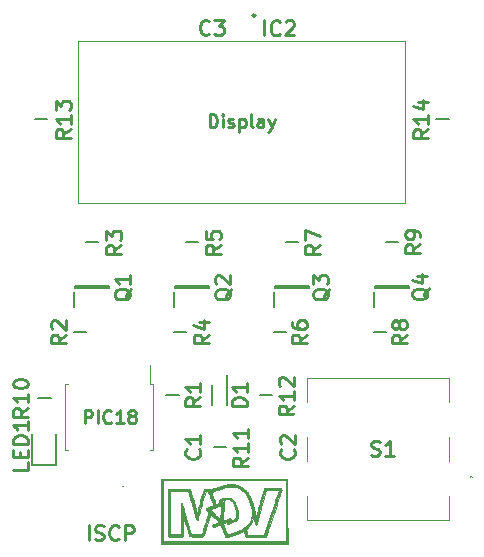
<source format=gbr>
%TF.GenerationSoftware,KiCad,Pcbnew,(5.1.10)-1*%
%TF.CreationDate,2021-11-08T18:16:21+01:00*%
%TF.ProjectId,RHT device,52485420-6465-4766-9963-652e6b696361,rev?*%
%TF.SameCoordinates,Original*%
%TF.FileFunction,Legend,Top*%
%TF.FilePolarity,Positive*%
%FSLAX46Y46*%
G04 Gerber Fmt 4.6, Leading zero omitted, Abs format (unit mm)*
G04 Created by KiCad (PCBNEW (5.1.10)-1) date 2021-11-08 18:16:21*
%MOMM*%
%LPD*%
G01*
G04 APERTURE LIST*
%ADD10C,0.275000*%
%ADD11C,0.300000*%
%ADD12C,0.250000*%
%ADD13C,0.010000*%
%ADD14C,0.100000*%
%ADD15C,0.200000*%
%ADD16C,0.120000*%
%ADD17C,0.254000*%
%ADD18C,1.950000*%
%ADD19C,1.850000*%
%ADD20R,1.450000X1.000000*%
%ADD21R,0.600000X1.250000*%
%ADD22R,1.400000X0.900000*%
%ADD23C,1.550000*%
%ADD24C,0.889000*%
%ADD25R,1.500000X2.400000*%
%ADD26R,0.360000X0.400000*%
%ADD27R,0.500000X1.075000*%
%ADD28R,1.020000X1.470000*%
%ADD29R,1.470000X1.020000*%
%ADD30C,1.500000*%
%ADD31R,1.500000X1.500000*%
G04 APERTURE END LIST*
D10*
X118052380Y-37747619D02*
X118052380Y-36647619D01*
X118314285Y-36647619D01*
X118471428Y-36700000D01*
X118576190Y-36804761D01*
X118628571Y-36909523D01*
X118680952Y-37119047D01*
X118680952Y-37276190D01*
X118628571Y-37485714D01*
X118576190Y-37590476D01*
X118471428Y-37695238D01*
X118314285Y-37747619D01*
X118052380Y-37747619D01*
X119152380Y-37747619D02*
X119152380Y-37014285D01*
X119152380Y-36647619D02*
X119100000Y-36700000D01*
X119152380Y-36752380D01*
X119204761Y-36700000D01*
X119152380Y-36647619D01*
X119152380Y-36752380D01*
X119623809Y-37695238D02*
X119728571Y-37747619D01*
X119938095Y-37747619D01*
X120042857Y-37695238D01*
X120095238Y-37590476D01*
X120095238Y-37538095D01*
X120042857Y-37433333D01*
X119938095Y-37380952D01*
X119780952Y-37380952D01*
X119676190Y-37328571D01*
X119623809Y-37223809D01*
X119623809Y-37171428D01*
X119676190Y-37066666D01*
X119780952Y-37014285D01*
X119938095Y-37014285D01*
X120042857Y-37066666D01*
X120566666Y-37014285D02*
X120566666Y-38114285D01*
X120566666Y-37066666D02*
X120671428Y-37014285D01*
X120880952Y-37014285D01*
X120985714Y-37066666D01*
X121038095Y-37119047D01*
X121090476Y-37223809D01*
X121090476Y-37538095D01*
X121038095Y-37642857D01*
X120985714Y-37695238D01*
X120880952Y-37747619D01*
X120671428Y-37747619D01*
X120566666Y-37695238D01*
X121719047Y-37747619D02*
X121614285Y-37695238D01*
X121561904Y-37590476D01*
X121561904Y-36647619D01*
X122609523Y-37747619D02*
X122609523Y-37171428D01*
X122557142Y-37066666D01*
X122452380Y-37014285D01*
X122242857Y-37014285D01*
X122138095Y-37066666D01*
X122609523Y-37695238D02*
X122504761Y-37747619D01*
X122242857Y-37747619D01*
X122138095Y-37695238D01*
X122085714Y-37590476D01*
X122085714Y-37485714D01*
X122138095Y-37380952D01*
X122242857Y-37328571D01*
X122504761Y-37328571D01*
X122609523Y-37276190D01*
X123028571Y-37014285D02*
X123290476Y-37747619D01*
X123552380Y-37014285D02*
X123290476Y-37747619D01*
X123185714Y-38009523D01*
X123133333Y-38061904D01*
X123028571Y-38114285D01*
D11*
D12*
X107462380Y-62807619D02*
X107462380Y-61707619D01*
X107881428Y-61707619D01*
X107986190Y-61760000D01*
X108038571Y-61812380D01*
X108090952Y-61917142D01*
X108090952Y-62074285D01*
X108038571Y-62179047D01*
X107986190Y-62231428D01*
X107881428Y-62283809D01*
X107462380Y-62283809D01*
X108562380Y-62807619D02*
X108562380Y-61707619D01*
X109714761Y-62702857D02*
X109662380Y-62755238D01*
X109505238Y-62807619D01*
X109400476Y-62807619D01*
X109243333Y-62755238D01*
X109138571Y-62650476D01*
X109086190Y-62545714D01*
X109033809Y-62336190D01*
X109033809Y-62179047D01*
X109086190Y-61969523D01*
X109138571Y-61864761D01*
X109243333Y-61760000D01*
X109400476Y-61707619D01*
X109505238Y-61707619D01*
X109662380Y-61760000D01*
X109714761Y-61812380D01*
X110762380Y-62807619D02*
X110133809Y-62807619D01*
X110448095Y-62807619D02*
X110448095Y-61707619D01*
X110343333Y-61864761D01*
X110238571Y-61969523D01*
X110133809Y-62021904D01*
X111390952Y-62179047D02*
X111286190Y-62126666D01*
X111233809Y-62074285D01*
X111181428Y-61969523D01*
X111181428Y-61917142D01*
X111233809Y-61812380D01*
X111286190Y-61760000D01*
X111390952Y-61707619D01*
X111600476Y-61707619D01*
X111705238Y-61760000D01*
X111757619Y-61812380D01*
X111810000Y-61917142D01*
X111810000Y-61969523D01*
X111757619Y-62074285D01*
X111705238Y-62126666D01*
X111600476Y-62179047D01*
X111390952Y-62179047D01*
X111286190Y-62231428D01*
X111233809Y-62283809D01*
X111181428Y-62388571D01*
X111181428Y-62598095D01*
X111233809Y-62702857D01*
X111286190Y-62755238D01*
X111390952Y-62807619D01*
X111600476Y-62807619D01*
X111705238Y-62755238D01*
X111757619Y-62702857D01*
X111810000Y-62598095D01*
X111810000Y-62388571D01*
X111757619Y-62283809D01*
X111705238Y-62231428D01*
X111600476Y-62179047D01*
D13*
%TO.C,G\u002A\u002A\u002A*%
G36*
X119872083Y-67976922D02*
G01*
X119997857Y-67977905D01*
X120092412Y-67980791D01*
X120166862Y-67987071D01*
X120232319Y-67998236D01*
X120299896Y-68015779D01*
X120380707Y-68041190D01*
X120401250Y-68047946D01*
X120505597Y-68085653D01*
X120609234Y-68128612D01*
X120696272Y-68170019D01*
X120729333Y-68188457D01*
X120781601Y-68224729D01*
X120850531Y-68278937D01*
X120929658Y-68345237D01*
X121012513Y-68417781D01*
X121092633Y-68490723D01*
X121163549Y-68558218D01*
X121218797Y-68614419D01*
X121251909Y-68653481D01*
X121258500Y-68666884D01*
X121269384Y-68693699D01*
X121297919Y-68744498D01*
X121337875Y-68808206D01*
X121394918Y-68895430D01*
X121433569Y-68955499D01*
X121458764Y-68996582D01*
X121475441Y-69026850D01*
X121488535Y-69054471D01*
X121493537Y-69065834D01*
X121519701Y-69125013D01*
X121545429Y-69182250D01*
X121593778Y-69301606D01*
X121645252Y-69451039D01*
X121696251Y-69618828D01*
X121743177Y-69793253D01*
X121776233Y-69933667D01*
X121803612Y-70054459D01*
X121834123Y-70181259D01*
X121865963Y-70307410D01*
X121897328Y-70426257D01*
X121926416Y-70531144D01*
X121951425Y-70615414D01*
X121970551Y-70672412D01*
X121981993Y-70695482D01*
X121982615Y-70695667D01*
X121997755Y-70678617D01*
X121999333Y-70666128D01*
X122004821Y-70640757D01*
X122020610Y-70578353D01*
X122045690Y-70482679D01*
X122079049Y-70357495D01*
X122119676Y-70206563D01*
X122166559Y-70033645D01*
X122218689Y-69842502D01*
X122275052Y-69636896D01*
X122316565Y-69486086D01*
X122387914Y-69228225D01*
X122449281Y-69008549D01*
X122501503Y-68824318D01*
X122545415Y-68672789D01*
X122581856Y-68551220D01*
X122611659Y-68456870D01*
X122635663Y-68386997D01*
X122654702Y-68338859D01*
X122669613Y-68309713D01*
X122678744Y-68298542D01*
X122694588Y-68288131D01*
X122717150Y-68279857D01*
X122751052Y-68273480D01*
X122800918Y-68268757D01*
X122871372Y-68265447D01*
X122967038Y-68263309D01*
X123092537Y-68262102D01*
X123252495Y-68261583D01*
X123388094Y-68261500D01*
X123573610Y-68261609D01*
X123721440Y-68262122D01*
X123836228Y-68263318D01*
X123922623Y-68265474D01*
X123985271Y-68268868D01*
X124028818Y-68273780D01*
X124057910Y-68280488D01*
X124077194Y-68289269D01*
X124091316Y-68300402D01*
X124094833Y-68303833D01*
X124129870Y-68367542D01*
X124137166Y-68425863D01*
X124130526Y-68454253D01*
X124111358Y-68519340D01*
X124080791Y-68617752D01*
X124039951Y-68746116D01*
X123989969Y-68901059D01*
X123931971Y-69079208D01*
X123867087Y-69277191D01*
X123796444Y-69491634D01*
X123721170Y-69719165D01*
X123642394Y-69956411D01*
X123561244Y-70199999D01*
X123478847Y-70446557D01*
X123396334Y-70692711D01*
X123314830Y-70935090D01*
X123235465Y-71170319D01*
X123159368Y-71395027D01*
X123087665Y-71605840D01*
X123021485Y-71799385D01*
X122961957Y-71972291D01*
X122910209Y-72121184D01*
X122867368Y-72242690D01*
X122834563Y-72333439D01*
X122812923Y-72390056D01*
X122805675Y-72406414D01*
X122772726Y-72445971D01*
X122749606Y-72460593D01*
X122721212Y-72463591D01*
X122655462Y-72466347D01*
X122557331Y-72468779D01*
X122431797Y-72470809D01*
X122283836Y-72472354D01*
X122118423Y-72473333D01*
X121944685Y-72473667D01*
X121743089Y-72473559D01*
X121579573Y-72473099D01*
X121449883Y-72472075D01*
X121349766Y-72470282D01*
X121274967Y-72467510D01*
X121221234Y-72463550D01*
X121184313Y-72458195D01*
X121159950Y-72451235D01*
X121143892Y-72442463D01*
X121134117Y-72433951D01*
X121110876Y-72397512D01*
X121080175Y-72331254D01*
X121046698Y-72245912D01*
X121025650Y-72185243D01*
X120995328Y-72096279D01*
X120968072Y-72022097D01*
X120947479Y-71972171D01*
X120938951Y-71956727D01*
X120908045Y-71951735D01*
X120854766Y-71969824D01*
X120851626Y-71971348D01*
X120677412Y-72053416D01*
X120527274Y-72115642D01*
X120390510Y-72162319D01*
X120337750Y-72177435D01*
X120241019Y-72206468D01*
X120144574Y-72239959D01*
X120067959Y-72271079D01*
X120062583Y-72273588D01*
X120014876Y-72292734D01*
X119939455Y-72319099D01*
X119845469Y-72349892D01*
X119742068Y-72382320D01*
X119638402Y-72413591D01*
X119543621Y-72440913D01*
X119466875Y-72461494D01*
X119417315Y-72472541D01*
X119406898Y-72473667D01*
X119390866Y-72456209D01*
X119368713Y-72413342D01*
X119365096Y-72404875D01*
X119312948Y-72277927D01*
X119266567Y-72162315D01*
X119228344Y-72064231D01*
X119200671Y-71989863D01*
X119185939Y-71945403D01*
X119184166Y-71936603D01*
X119176616Y-71903376D01*
X119156357Y-71843071D01*
X119126976Y-71764428D01*
X119092059Y-71676183D01*
X119055195Y-71587075D01*
X119019971Y-71505843D01*
X118989972Y-71441224D01*
X118968786Y-71401957D01*
X118961497Y-71394167D01*
X118932930Y-71401411D01*
X118875632Y-71420716D01*
X118800190Y-71448446D01*
X118770933Y-71459671D01*
X118668541Y-71498516D01*
X118558351Y-71538954D01*
X118463180Y-71572620D01*
X118458035Y-71574382D01*
X118313988Y-71623589D01*
X118293994Y-71572378D01*
X118269798Y-71510383D01*
X118253132Y-71467660D01*
X118243127Y-71426171D01*
X118261528Y-71403480D01*
X118279591Y-71395252D01*
X118316486Y-71380930D01*
X118384021Y-71355088D01*
X118473225Y-71321146D01*
X118575129Y-71282524D01*
X118596407Y-71274477D01*
X118865898Y-71172604D01*
X118816365Y-71129927D01*
X118786097Y-71102526D01*
X118730732Y-71051140D01*
X118655832Y-70980979D01*
X118566956Y-70897254D01*
X118469664Y-70805176D01*
X118454636Y-70790917D01*
X118358575Y-70700694D01*
X118271680Y-70620883D01*
X118199017Y-70555994D01*
X118145656Y-70510536D01*
X118116665Y-70489020D01*
X118114185Y-70487974D01*
X118091563Y-70499056D01*
X118088074Y-70519724D01*
X118082600Y-70549079D01*
X118066074Y-70613474D01*
X118040027Y-70707527D01*
X118005991Y-70825857D01*
X117965496Y-70963083D01*
X117920072Y-71113824D01*
X117905573Y-71161334D01*
X117828528Y-71412834D01*
X117762743Y-71626904D01*
X117707180Y-71806623D01*
X117660802Y-71955067D01*
X117622570Y-72075315D01*
X117591445Y-72170444D01*
X117566391Y-72243532D01*
X117546368Y-72297656D01*
X117530338Y-72335895D01*
X117517264Y-72361325D01*
X117506107Y-72377026D01*
X117495828Y-72386074D01*
X117491596Y-72388592D01*
X117457473Y-72395426D01*
X117385416Y-72401161D01*
X117279812Y-72405627D01*
X117145049Y-72408656D01*
X116985516Y-72410079D01*
X116931308Y-72410167D01*
X116760515Y-72410309D01*
X116626807Y-72409361D01*
X116524945Y-72405260D01*
X116449693Y-72395946D01*
X116395812Y-72379355D01*
X116358066Y-72353428D01*
X116331215Y-72316100D01*
X116310023Y-72265312D01*
X116289252Y-72199001D01*
X116275101Y-72151854D01*
X116256197Y-72089613D01*
X116226934Y-71992991D01*
X116189173Y-71868140D01*
X116144773Y-71721213D01*
X116095593Y-71558361D01*
X116043492Y-71385736D01*
X116004247Y-71255640D01*
X115786916Y-70535029D01*
X115793267Y-71429205D01*
X115794764Y-71647134D01*
X115795765Y-71826677D01*
X115796113Y-71971779D01*
X115795653Y-72086389D01*
X115794228Y-72174450D01*
X115791683Y-72239910D01*
X115787862Y-72286715D01*
X115782609Y-72318810D01*
X115775768Y-72340142D01*
X115767183Y-72354657D01*
X115756699Y-72366300D01*
X115756225Y-72366774D01*
X115741536Y-72379724D01*
X115723090Y-72389806D01*
X115695816Y-72397378D01*
X115654642Y-72402799D01*
X115594497Y-72406427D01*
X115510308Y-72408619D01*
X115397004Y-72409733D01*
X115249513Y-72410127D01*
X115141333Y-72410167D01*
X114970511Y-72410022D01*
X114836961Y-72409356D01*
X114735622Y-72407820D01*
X114661434Y-72405064D01*
X114609335Y-72400739D01*
X114574265Y-72394496D01*
X114551162Y-72385987D01*
X114534966Y-72374863D01*
X114527500Y-72367833D01*
X114520304Y-72359897D01*
X114513974Y-72349645D01*
X114508453Y-72334474D01*
X114503687Y-72311780D01*
X114499620Y-72278958D01*
X114496196Y-72233405D01*
X114495557Y-72219667D01*
X114675666Y-72219667D01*
X115609241Y-72219667D01*
X115605734Y-70870292D01*
X115605074Y-70597808D01*
X115604667Y-70364609D01*
X115604592Y-70167651D01*
X115604926Y-70003885D01*
X115605744Y-69870264D01*
X115607126Y-69763743D01*
X115609146Y-69681273D01*
X115611884Y-69619809D01*
X115615415Y-69576304D01*
X115619817Y-69547710D01*
X115625167Y-69530981D01*
X115631542Y-69523070D01*
X115639019Y-69520931D01*
X115639871Y-69520917D01*
X115649133Y-69526363D01*
X115661150Y-69544469D01*
X115676796Y-69577888D01*
X115696947Y-69629274D01*
X115722477Y-69701279D01*
X115754261Y-69796556D01*
X115793172Y-69917758D01*
X115840085Y-70067539D01*
X115895875Y-70248550D01*
X115961417Y-70463446D01*
X116037584Y-70714880D01*
X116082904Y-70865000D01*
X116488291Y-72209084D01*
X116935339Y-72214792D01*
X117382387Y-72220501D01*
X117456260Y-71981959D01*
X117518216Y-71781343D01*
X117580602Y-71578299D01*
X117642172Y-71376967D01*
X117701679Y-71181491D01*
X117757876Y-70996009D01*
X117809516Y-70824665D01*
X117855353Y-70671600D01*
X117894139Y-70540954D01*
X117924627Y-70436869D01*
X117945572Y-70363486D01*
X117955726Y-70324948D01*
X117956499Y-70320433D01*
X117940444Y-70288774D01*
X117927652Y-70278677D01*
X117862259Y-70233362D01*
X117798065Y-70177527D01*
X117744243Y-70120557D01*
X117735433Y-70108034D01*
X118066550Y-70108034D01*
X118239067Y-70271028D01*
X118318346Y-70345911D01*
X118417441Y-70439482D01*
X118525377Y-70541377D01*
X118631177Y-70641234D01*
X118663925Y-70672137D01*
X118768721Y-70769026D01*
X118846307Y-70836081D01*
X118898239Y-70874527D01*
X118926072Y-70885587D01*
X118930964Y-70882334D01*
X118939478Y-70848991D01*
X118948833Y-70785702D01*
X118957288Y-70704775D01*
X118958912Y-70685084D01*
X118967776Y-70581639D01*
X118979412Y-70459025D01*
X118991628Y-70340111D01*
X118994402Y-70314667D01*
X119015068Y-70120775D01*
X119029585Y-69968296D01*
X119037987Y-69856765D01*
X119040308Y-69785715D01*
X119036582Y-69754680D01*
X119035409Y-69753385D01*
X119012263Y-69757868D01*
X118956389Y-69775394D01*
X118874513Y-69803657D01*
X118773362Y-69840351D01*
X118685166Y-69873435D01*
X118560907Y-69920667D01*
X118438653Y-69967103D01*
X118328932Y-70008745D01*
X118242269Y-70041599D01*
X118207317Y-70054826D01*
X118066550Y-70108034D01*
X117735433Y-70108034D01*
X117709965Y-70071834D01*
X117702500Y-70048358D01*
X117707420Y-70025357D01*
X117726540Y-70003942D01*
X117766402Y-69980159D01*
X117833546Y-69950052D01*
X117927122Y-69912554D01*
X118029722Y-69873078D01*
X118129391Y-69835833D01*
X118212753Y-69805763D01*
X118255205Y-69791317D01*
X118313805Y-69769659D01*
X118351305Y-69750551D01*
X118358666Y-69742472D01*
X118351360Y-69714968D01*
X118332047Y-69658654D01*
X118304634Y-69583948D01*
X118273031Y-69501268D01*
X118241145Y-69421030D01*
X118212883Y-69353654D01*
X118212373Y-69352489D01*
X118182491Y-69282011D01*
X118155859Y-69215507D01*
X118151288Y-69203417D01*
X118091497Y-69044123D01*
X118043481Y-68920698D01*
X118005409Y-68828923D01*
X117975450Y-68764579D01*
X117951775Y-68723449D01*
X117933947Y-68702463D01*
X117915326Y-68677210D01*
X118226242Y-68677210D01*
X118228110Y-68704511D01*
X118243544Y-68763489D01*
X118270214Y-68846591D01*
X118305790Y-68946258D01*
X118324165Y-68994710D01*
X118371643Y-69117654D01*
X118420713Y-69244693D01*
X118466049Y-69362044D01*
X118502327Y-69455923D01*
X118506995Y-69468000D01*
X118538178Y-69547874D01*
X118563486Y-69611214D01*
X118579199Y-69648783D01*
X118582269Y-69654984D01*
X118604162Y-69652874D01*
X118652229Y-69638256D01*
X118714009Y-69615923D01*
X118777037Y-69590667D01*
X118828853Y-69567278D01*
X118856993Y-69550550D01*
X118858482Y-69548785D01*
X118860328Y-69518870D01*
X118852102Y-69463468D01*
X118843579Y-69426156D01*
X118831237Y-69367496D01*
X119018893Y-69367496D01*
X119039831Y-69427561D01*
X119060770Y-69487625D01*
X119169343Y-69446371D01*
X119239307Y-69424543D01*
X119285762Y-69419859D01*
X119297241Y-69424442D01*
X119303552Y-69454886D01*
X119303139Y-69526259D01*
X119296064Y-69637705D01*
X119282391Y-69788368D01*
X119262181Y-69977391D01*
X119247639Y-70103000D01*
X119233901Y-70224724D01*
X119220058Y-70357597D01*
X119206669Y-70495022D01*
X119194296Y-70630398D01*
X119183500Y-70757126D01*
X119174841Y-70868606D01*
X119168879Y-70958240D01*
X119166177Y-71019429D01*
X119167293Y-71045571D01*
X119167526Y-71045916D01*
X119191280Y-71044378D01*
X119243607Y-71029941D01*
X119313847Y-71005612D01*
X119324346Y-71001648D01*
X119397864Y-70974173D01*
X119483837Y-70942892D01*
X119572837Y-70911123D01*
X119655436Y-70882184D01*
X119722205Y-70859394D01*
X119763716Y-70846070D01*
X119772293Y-70843981D01*
X119783272Y-70861502D01*
X119804775Y-70906504D01*
X119820694Y-70942647D01*
X119844355Y-71004638D01*
X119845658Y-71043411D01*
X119818917Y-71068739D01*
X119758448Y-71090400D01*
X119730102Y-71098414D01*
X119675606Y-71118097D01*
X119640742Y-71139093D01*
X119637493Y-71143010D01*
X119639709Y-71157350D01*
X119663057Y-71153618D01*
X119702480Y-71141549D01*
X119768474Y-71121437D01*
X119847102Y-71097532D01*
X119850916Y-71096373D01*
X120011860Y-71030394D01*
X120143267Y-70940334D01*
X120241375Y-70829073D01*
X120273796Y-70772572D01*
X120303459Y-70706694D01*
X120318744Y-70651867D01*
X120322440Y-70590641D01*
X120317333Y-70505562D01*
X120317028Y-70501921D01*
X120303275Y-70369834D01*
X120285640Y-70247009D01*
X120265737Y-70142252D01*
X120245182Y-70064369D01*
X120230323Y-70028917D01*
X120206639Y-69976189D01*
X120190554Y-69923818D01*
X120145998Y-69786385D01*
X120078998Y-69647730D01*
X119995897Y-69517012D01*
X119903036Y-69403390D01*
X119806758Y-69316024D01*
X119741976Y-69275996D01*
X119663130Y-69249181D01*
X119570496Y-69240743D01*
X119457710Y-69251118D01*
X119318411Y-69280742D01*
X119202071Y-69313063D01*
X119018893Y-69367496D01*
X118831237Y-69367496D01*
X118829181Y-69357726D01*
X118830038Y-69315833D01*
X118843020Y-69291071D01*
X118872483Y-69272617D01*
X118933562Y-69245454D01*
X119017381Y-69213216D01*
X119115063Y-69179540D01*
X119116564Y-69179050D01*
X119233182Y-69142585D01*
X119324259Y-69118829D01*
X119403729Y-69105205D01*
X119485528Y-69099132D01*
X119554583Y-69097985D01*
X119688044Y-69104400D01*
X119793844Y-69127349D01*
X119884938Y-69171430D01*
X119974280Y-69241239D01*
X119984364Y-69250507D01*
X120046154Y-69320050D01*
X120114252Y-69415665D01*
X120180310Y-69523710D01*
X120235983Y-69630539D01*
X120272768Y-69722000D01*
X120296220Y-69794163D01*
X120317694Y-69855033D01*
X120327932Y-69880750D01*
X120345962Y-69928027D01*
X120369548Y-69998939D01*
X120395189Y-70081709D01*
X120419385Y-70164557D01*
X120438635Y-70235706D01*
X120449437Y-70283377D01*
X120450612Y-70293500D01*
X120452481Y-70328733D01*
X120457192Y-70393524D01*
X120463813Y-70475268D01*
X120465460Y-70494584D01*
X120465260Y-70653112D01*
X120432729Y-70794438D01*
X120364316Y-70932285D01*
X120344210Y-70963340D01*
X120268168Y-71044703D01*
X120150805Y-71124600D01*
X119993124Y-71202533D01*
X119796126Y-71278004D01*
X119572263Y-71347307D01*
X119550053Y-71334093D01*
X119525794Y-71292636D01*
X119520386Y-71278954D01*
X119497708Y-71230318D01*
X119475873Y-71204789D01*
X119471791Y-71203667D01*
X119438567Y-71210992D01*
X119384152Y-71229546D01*
X119321099Y-71254198D01*
X119261960Y-71279815D01*
X119219290Y-71301266D01*
X119205333Y-71312593D01*
X119212565Y-71336542D01*
X119232319Y-71391956D01*
X119261679Y-71470882D01*
X119297731Y-71565367D01*
X119302334Y-71577284D01*
X119346741Y-71693421D01*
X119392282Y-71814752D01*
X119433068Y-71925475D01*
X119458888Y-71997417D01*
X119488171Y-72080028D01*
X119513541Y-72150421D01*
X119530632Y-72196524D01*
X119533484Y-72203792D01*
X119563995Y-72237247D01*
X119605360Y-72232625D01*
X119619141Y-72222414D01*
X119648045Y-72207849D01*
X119706113Y-72186154D01*
X119781740Y-72161602D01*
X119795829Y-72157356D01*
X119877785Y-72131080D01*
X119948473Y-72105106D01*
X119993928Y-72084611D01*
X119996913Y-72082835D01*
X120035029Y-72065312D01*
X120103222Y-72039776D01*
X120190916Y-72010023D01*
X120263666Y-71987060D01*
X120387935Y-71947692D01*
X120493552Y-71910290D01*
X120597890Y-71868174D01*
X120718322Y-71814665D01*
X120750500Y-71799870D01*
X120784735Y-71780730D01*
X121108686Y-71780730D01*
X121186441Y-72016073D01*
X121217776Y-72109975D01*
X121244724Y-72188989D01*
X121264310Y-72244503D01*
X121273360Y-72267583D01*
X121295978Y-72271343D01*
X121355830Y-72274451D01*
X121447824Y-72276828D01*
X121566864Y-72278396D01*
X121707857Y-72279077D01*
X121865709Y-72278791D01*
X121961240Y-72278167D01*
X122639955Y-72272584D01*
X123282686Y-70378167D01*
X123374982Y-70105967D01*
X123463312Y-69845144D01*
X123546737Y-69598490D01*
X123624319Y-69368794D01*
X123695119Y-69158847D01*
X123758197Y-68971440D01*
X123812614Y-68809364D01*
X123857433Y-68675408D01*
X123891713Y-68572363D01*
X123914516Y-68503020D01*
X123924902Y-68470169D01*
X123925458Y-68467875D01*
X123905225Y-68463642D01*
X123848190Y-68459848D01*
X123759883Y-68456649D01*
X123645835Y-68454202D01*
X123511575Y-68452661D01*
X123369875Y-68452181D01*
X122814250Y-68452362D01*
X122550358Y-69409973D01*
X122490749Y-69627160D01*
X122429691Y-69851241D01*
X122369159Y-70074855D01*
X122311129Y-70290643D01*
X122257577Y-70491245D01*
X122210480Y-70669302D01*
X122171812Y-70817454D01*
X122156876Y-70875584D01*
X122109447Y-71058755D01*
X122069902Y-71201520D01*
X122036508Y-71304700D01*
X122007528Y-71369114D01*
X121981229Y-71395581D01*
X121955875Y-71384923D01*
X121929732Y-71337958D01*
X121901065Y-71255508D01*
X121868139Y-71138391D01*
X121838980Y-71025842D01*
X121758611Y-70710433D01*
X121729657Y-70856508D01*
X121676911Y-71044910D01*
X121593840Y-71223374D01*
X121477118Y-71397417D01*
X121323421Y-71572555D01*
X121260338Y-71635073D01*
X121108686Y-71780730D01*
X120784735Y-71780730D01*
X120908056Y-71711785D01*
X121063197Y-71597063D01*
X121207607Y-71463889D01*
X121332970Y-71320448D01*
X121430974Y-71174927D01*
X121474348Y-71087250D01*
X121525801Y-70960018D01*
X121561935Y-70857253D01*
X121585862Y-70765310D01*
X121600694Y-70670544D01*
X121609543Y-70559310D01*
X121613320Y-70477817D01*
X121615852Y-70319454D01*
X121611120Y-70173903D01*
X121599611Y-70054926D01*
X121597928Y-70043900D01*
X121584428Y-69979022D01*
X121561433Y-69888763D01*
X121531458Y-69781237D01*
X121497021Y-69664555D01*
X121460637Y-69546830D01*
X121424823Y-69436174D01*
X121392096Y-69340699D01*
X121364972Y-69268519D01*
X121345967Y-69227745D01*
X121343775Y-69224584D01*
X121325117Y-69189082D01*
X121310961Y-69150500D01*
X121286972Y-69097712D01*
X121249791Y-69038697D01*
X121244871Y-69032086D01*
X121212816Y-68986266D01*
X121195821Y-68954718D01*
X121195000Y-68950782D01*
X121181663Y-68920573D01*
X121146177Y-68867834D01*
X121095325Y-68800935D01*
X121035892Y-68728250D01*
X120974661Y-68658148D01*
X120918417Y-68599002D01*
X120884499Y-68567631D01*
X120817735Y-68511421D01*
X120753012Y-68456855D01*
X120720017Y-68428991D01*
X120625837Y-68364780D01*
X120500441Y-68302013D01*
X120354815Y-68245486D01*
X120199943Y-68199992D01*
X120189583Y-68197475D01*
X120112150Y-68185649D01*
X120005186Y-68178210D01*
X119881266Y-68175169D01*
X119752966Y-68176539D01*
X119632861Y-68182330D01*
X119533527Y-68192555D01*
X119507803Y-68196836D01*
X119445150Y-68211851D01*
X119355050Y-68237452D01*
X119249916Y-68269955D01*
X119149800Y-68303057D01*
X119035514Y-68342146D01*
X118896653Y-68389626D01*
X118748700Y-68440203D01*
X118607139Y-68488583D01*
X118570333Y-68501160D01*
X118460531Y-68539825D01*
X118366305Y-68575193D01*
X118294328Y-68604582D01*
X118251277Y-68625308D01*
X118241925Y-68633173D01*
X118231262Y-68668262D01*
X118226242Y-68677210D01*
X117915326Y-68677210D01*
X117899654Y-68655957D01*
X117879592Y-68601921D01*
X117865989Y-68558293D01*
X117839199Y-68540140D01*
X117789147Y-68536667D01*
X117711753Y-68536667D01*
X117432386Y-69515625D01*
X117373739Y-69721841D01*
X117316580Y-69924155D01*
X117262407Y-70117180D01*
X117212713Y-70295528D01*
X117168997Y-70453812D01*
X117132754Y-70586644D01*
X117105479Y-70688636D01*
X117090762Y-70745855D01*
X117056256Y-70877365D01*
X117026363Y-70969824D01*
X116999352Y-71022852D01*
X116973491Y-71036072D01*
X116947050Y-71009103D01*
X116918295Y-70941569D01*
X116885497Y-70833089D01*
X116849337Y-70693059D01*
X116825927Y-70601766D01*
X116792474Y-70476063D01*
X116750701Y-70322204D01*
X116702336Y-70146441D01*
X116649103Y-69955030D01*
X116592728Y-69754223D01*
X116534936Y-69550275D01*
X116508434Y-69457417D01*
X116248051Y-68547250D01*
X115461858Y-68541701D01*
X114675666Y-68536152D01*
X114675666Y-72219667D01*
X114495557Y-72219667D01*
X114493361Y-72172517D01*
X114491058Y-72093689D01*
X114489233Y-71994318D01*
X114487829Y-71871800D01*
X114486792Y-71723531D01*
X114486067Y-71546907D01*
X114485597Y-71339324D01*
X114485327Y-71098177D01*
X114485203Y-70820864D01*
X114485168Y-70504780D01*
X114485166Y-70378167D01*
X114485182Y-70047157D01*
X114485268Y-69755877D01*
X114485477Y-69501722D01*
X114485867Y-69282089D01*
X114486492Y-69094373D01*
X114487408Y-68935971D01*
X114488670Y-68804278D01*
X114490334Y-68696691D01*
X114492454Y-68610605D01*
X114495087Y-68543417D01*
X114498288Y-68492523D01*
X114502112Y-68455318D01*
X114506614Y-68429199D01*
X114511851Y-68411562D01*
X114517876Y-68399802D01*
X114524747Y-68391317D01*
X114527499Y-68388500D01*
X114539328Y-68378044D01*
X114554567Y-68369466D01*
X114577219Y-68362583D01*
X114611287Y-68357206D01*
X114660773Y-68353152D01*
X114729680Y-68350233D01*
X114822012Y-68348264D01*
X114941770Y-68347059D01*
X115092959Y-68346432D01*
X115279580Y-68346197D01*
X115439058Y-68346167D01*
X115650472Y-68346660D01*
X115840403Y-68348087D01*
X116005378Y-68350369D01*
X116141925Y-68353430D01*
X116246572Y-68357191D01*
X116315848Y-68361575D01*
X116346280Y-68366502D01*
X116346321Y-68366525D01*
X116381911Y-68400538D01*
X116408062Y-68445900D01*
X116420396Y-68482430D01*
X116442267Y-68553377D01*
X116472265Y-68653793D01*
X116508983Y-68778731D01*
X116551015Y-68923244D01*
X116596952Y-69082385D01*
X116645388Y-69251206D01*
X116694914Y-69424760D01*
X116744123Y-69598100D01*
X116791608Y-69766279D01*
X116835962Y-69924350D01*
X116875776Y-70067365D01*
X116909643Y-70190377D01*
X116936156Y-70288439D01*
X116953907Y-70356604D01*
X116961490Y-70389924D01*
X116961666Y-70391793D01*
X116966144Y-70417484D01*
X116971303Y-70417919D01*
X116978838Y-70396261D01*
X116996776Y-70337806D01*
X117023971Y-70246488D01*
X117059275Y-70126237D01*
X117101538Y-69980984D01*
X117149615Y-69814660D01*
X117202357Y-69631198D01*
X117258616Y-69434528D01*
X117267415Y-69403683D01*
X117344890Y-69134090D01*
X117411967Y-68905136D01*
X117468627Y-68716885D01*
X117514851Y-68569398D01*
X117550620Y-68462738D01*
X117575913Y-68396965D01*
X117589907Y-68372625D01*
X117621356Y-68361634D01*
X117683568Y-68353748D01*
X117779876Y-68348748D01*
X117913613Y-68346409D01*
X117987260Y-68346167D01*
X118124315Y-68345624D01*
X118228254Y-68343381D01*
X118308289Y-68338516D01*
X118373630Y-68330109D01*
X118433488Y-68317238D01*
X118497074Y-68298983D01*
X118514840Y-68293404D01*
X118606334Y-68264916D01*
X118694439Y-68238408D01*
X118761898Y-68219057D01*
X118768583Y-68217249D01*
X118848346Y-68191956D01*
X118929966Y-68160397D01*
X118940750Y-68155646D01*
X119001673Y-68132296D01*
X119087612Y-68104507D01*
X119182351Y-68077441D01*
X119205333Y-68071437D01*
X119299546Y-68046976D01*
X119389035Y-68023103D01*
X119457686Y-68004134D01*
X119469916Y-68000601D01*
X119525410Y-67990973D01*
X119614283Y-67983462D01*
X119727611Y-67978592D01*
X119856471Y-67976890D01*
X119872083Y-67976922D01*
G37*
X119872083Y-67976922D02*
X119997857Y-67977905D01*
X120092412Y-67980791D01*
X120166862Y-67987071D01*
X120232319Y-67998236D01*
X120299896Y-68015779D01*
X120380707Y-68041190D01*
X120401250Y-68047946D01*
X120505597Y-68085653D01*
X120609234Y-68128612D01*
X120696272Y-68170019D01*
X120729333Y-68188457D01*
X120781601Y-68224729D01*
X120850531Y-68278937D01*
X120929658Y-68345237D01*
X121012513Y-68417781D01*
X121092633Y-68490723D01*
X121163549Y-68558218D01*
X121218797Y-68614419D01*
X121251909Y-68653481D01*
X121258500Y-68666884D01*
X121269384Y-68693699D01*
X121297919Y-68744498D01*
X121337875Y-68808206D01*
X121394918Y-68895430D01*
X121433569Y-68955499D01*
X121458764Y-68996582D01*
X121475441Y-69026850D01*
X121488535Y-69054471D01*
X121493537Y-69065834D01*
X121519701Y-69125013D01*
X121545429Y-69182250D01*
X121593778Y-69301606D01*
X121645252Y-69451039D01*
X121696251Y-69618828D01*
X121743177Y-69793253D01*
X121776233Y-69933667D01*
X121803612Y-70054459D01*
X121834123Y-70181259D01*
X121865963Y-70307410D01*
X121897328Y-70426257D01*
X121926416Y-70531144D01*
X121951425Y-70615414D01*
X121970551Y-70672412D01*
X121981993Y-70695482D01*
X121982615Y-70695667D01*
X121997755Y-70678617D01*
X121999333Y-70666128D01*
X122004821Y-70640757D01*
X122020610Y-70578353D01*
X122045690Y-70482679D01*
X122079049Y-70357495D01*
X122119676Y-70206563D01*
X122166559Y-70033645D01*
X122218689Y-69842502D01*
X122275052Y-69636896D01*
X122316565Y-69486086D01*
X122387914Y-69228225D01*
X122449281Y-69008549D01*
X122501503Y-68824318D01*
X122545415Y-68672789D01*
X122581856Y-68551220D01*
X122611659Y-68456870D01*
X122635663Y-68386997D01*
X122654702Y-68338859D01*
X122669613Y-68309713D01*
X122678744Y-68298542D01*
X122694588Y-68288131D01*
X122717150Y-68279857D01*
X122751052Y-68273480D01*
X122800918Y-68268757D01*
X122871372Y-68265447D01*
X122967038Y-68263309D01*
X123092537Y-68262102D01*
X123252495Y-68261583D01*
X123388094Y-68261500D01*
X123573610Y-68261609D01*
X123721440Y-68262122D01*
X123836228Y-68263318D01*
X123922623Y-68265474D01*
X123985271Y-68268868D01*
X124028818Y-68273780D01*
X124057910Y-68280488D01*
X124077194Y-68289269D01*
X124091316Y-68300402D01*
X124094833Y-68303833D01*
X124129870Y-68367542D01*
X124137166Y-68425863D01*
X124130526Y-68454253D01*
X124111358Y-68519340D01*
X124080791Y-68617752D01*
X124039951Y-68746116D01*
X123989969Y-68901059D01*
X123931971Y-69079208D01*
X123867087Y-69277191D01*
X123796444Y-69491634D01*
X123721170Y-69719165D01*
X123642394Y-69956411D01*
X123561244Y-70199999D01*
X123478847Y-70446557D01*
X123396334Y-70692711D01*
X123314830Y-70935090D01*
X123235465Y-71170319D01*
X123159368Y-71395027D01*
X123087665Y-71605840D01*
X123021485Y-71799385D01*
X122961957Y-71972291D01*
X122910209Y-72121184D01*
X122867368Y-72242690D01*
X122834563Y-72333439D01*
X122812923Y-72390056D01*
X122805675Y-72406414D01*
X122772726Y-72445971D01*
X122749606Y-72460593D01*
X122721212Y-72463591D01*
X122655462Y-72466347D01*
X122557331Y-72468779D01*
X122431797Y-72470809D01*
X122283836Y-72472354D01*
X122118423Y-72473333D01*
X121944685Y-72473667D01*
X121743089Y-72473559D01*
X121579573Y-72473099D01*
X121449883Y-72472075D01*
X121349766Y-72470282D01*
X121274967Y-72467510D01*
X121221234Y-72463550D01*
X121184313Y-72458195D01*
X121159950Y-72451235D01*
X121143892Y-72442463D01*
X121134117Y-72433951D01*
X121110876Y-72397512D01*
X121080175Y-72331254D01*
X121046698Y-72245912D01*
X121025650Y-72185243D01*
X120995328Y-72096279D01*
X120968072Y-72022097D01*
X120947479Y-71972171D01*
X120938951Y-71956727D01*
X120908045Y-71951735D01*
X120854766Y-71969824D01*
X120851626Y-71971348D01*
X120677412Y-72053416D01*
X120527274Y-72115642D01*
X120390510Y-72162319D01*
X120337750Y-72177435D01*
X120241019Y-72206468D01*
X120144574Y-72239959D01*
X120067959Y-72271079D01*
X120062583Y-72273588D01*
X120014876Y-72292734D01*
X119939455Y-72319099D01*
X119845469Y-72349892D01*
X119742068Y-72382320D01*
X119638402Y-72413591D01*
X119543621Y-72440913D01*
X119466875Y-72461494D01*
X119417315Y-72472541D01*
X119406898Y-72473667D01*
X119390866Y-72456209D01*
X119368713Y-72413342D01*
X119365096Y-72404875D01*
X119312948Y-72277927D01*
X119266567Y-72162315D01*
X119228344Y-72064231D01*
X119200671Y-71989863D01*
X119185939Y-71945403D01*
X119184166Y-71936603D01*
X119176616Y-71903376D01*
X119156357Y-71843071D01*
X119126976Y-71764428D01*
X119092059Y-71676183D01*
X119055195Y-71587075D01*
X119019971Y-71505843D01*
X118989972Y-71441224D01*
X118968786Y-71401957D01*
X118961497Y-71394167D01*
X118932930Y-71401411D01*
X118875632Y-71420716D01*
X118800190Y-71448446D01*
X118770933Y-71459671D01*
X118668541Y-71498516D01*
X118558351Y-71538954D01*
X118463180Y-71572620D01*
X118458035Y-71574382D01*
X118313988Y-71623589D01*
X118293994Y-71572378D01*
X118269798Y-71510383D01*
X118253132Y-71467660D01*
X118243127Y-71426171D01*
X118261528Y-71403480D01*
X118279591Y-71395252D01*
X118316486Y-71380930D01*
X118384021Y-71355088D01*
X118473225Y-71321146D01*
X118575129Y-71282524D01*
X118596407Y-71274477D01*
X118865898Y-71172604D01*
X118816365Y-71129927D01*
X118786097Y-71102526D01*
X118730732Y-71051140D01*
X118655832Y-70980979D01*
X118566956Y-70897254D01*
X118469664Y-70805176D01*
X118454636Y-70790917D01*
X118358575Y-70700694D01*
X118271680Y-70620883D01*
X118199017Y-70555994D01*
X118145656Y-70510536D01*
X118116665Y-70489020D01*
X118114185Y-70487974D01*
X118091563Y-70499056D01*
X118088074Y-70519724D01*
X118082600Y-70549079D01*
X118066074Y-70613474D01*
X118040027Y-70707527D01*
X118005991Y-70825857D01*
X117965496Y-70963083D01*
X117920072Y-71113824D01*
X117905573Y-71161334D01*
X117828528Y-71412834D01*
X117762743Y-71626904D01*
X117707180Y-71806623D01*
X117660802Y-71955067D01*
X117622570Y-72075315D01*
X117591445Y-72170444D01*
X117566391Y-72243532D01*
X117546368Y-72297656D01*
X117530338Y-72335895D01*
X117517264Y-72361325D01*
X117506107Y-72377026D01*
X117495828Y-72386074D01*
X117491596Y-72388592D01*
X117457473Y-72395426D01*
X117385416Y-72401161D01*
X117279812Y-72405627D01*
X117145049Y-72408656D01*
X116985516Y-72410079D01*
X116931308Y-72410167D01*
X116760515Y-72410309D01*
X116626807Y-72409361D01*
X116524945Y-72405260D01*
X116449693Y-72395946D01*
X116395812Y-72379355D01*
X116358066Y-72353428D01*
X116331215Y-72316100D01*
X116310023Y-72265312D01*
X116289252Y-72199001D01*
X116275101Y-72151854D01*
X116256197Y-72089613D01*
X116226934Y-71992991D01*
X116189173Y-71868140D01*
X116144773Y-71721213D01*
X116095593Y-71558361D01*
X116043492Y-71385736D01*
X116004247Y-71255640D01*
X115786916Y-70535029D01*
X115793267Y-71429205D01*
X115794764Y-71647134D01*
X115795765Y-71826677D01*
X115796113Y-71971779D01*
X115795653Y-72086389D01*
X115794228Y-72174450D01*
X115791683Y-72239910D01*
X115787862Y-72286715D01*
X115782609Y-72318810D01*
X115775768Y-72340142D01*
X115767183Y-72354657D01*
X115756699Y-72366300D01*
X115756225Y-72366774D01*
X115741536Y-72379724D01*
X115723090Y-72389806D01*
X115695816Y-72397378D01*
X115654642Y-72402799D01*
X115594497Y-72406427D01*
X115510308Y-72408619D01*
X115397004Y-72409733D01*
X115249513Y-72410127D01*
X115141333Y-72410167D01*
X114970511Y-72410022D01*
X114836961Y-72409356D01*
X114735622Y-72407820D01*
X114661434Y-72405064D01*
X114609335Y-72400739D01*
X114574265Y-72394496D01*
X114551162Y-72385987D01*
X114534966Y-72374863D01*
X114527500Y-72367833D01*
X114520304Y-72359897D01*
X114513974Y-72349645D01*
X114508453Y-72334474D01*
X114503687Y-72311780D01*
X114499620Y-72278958D01*
X114496196Y-72233405D01*
X114495557Y-72219667D01*
X114675666Y-72219667D01*
X115609241Y-72219667D01*
X115605734Y-70870292D01*
X115605074Y-70597808D01*
X115604667Y-70364609D01*
X115604592Y-70167651D01*
X115604926Y-70003885D01*
X115605744Y-69870264D01*
X115607126Y-69763743D01*
X115609146Y-69681273D01*
X115611884Y-69619809D01*
X115615415Y-69576304D01*
X115619817Y-69547710D01*
X115625167Y-69530981D01*
X115631542Y-69523070D01*
X115639019Y-69520931D01*
X115639871Y-69520917D01*
X115649133Y-69526363D01*
X115661150Y-69544469D01*
X115676796Y-69577888D01*
X115696947Y-69629274D01*
X115722477Y-69701279D01*
X115754261Y-69796556D01*
X115793172Y-69917758D01*
X115840085Y-70067539D01*
X115895875Y-70248550D01*
X115961417Y-70463446D01*
X116037584Y-70714880D01*
X116082904Y-70865000D01*
X116488291Y-72209084D01*
X116935339Y-72214792D01*
X117382387Y-72220501D01*
X117456260Y-71981959D01*
X117518216Y-71781343D01*
X117580602Y-71578299D01*
X117642172Y-71376967D01*
X117701679Y-71181491D01*
X117757876Y-70996009D01*
X117809516Y-70824665D01*
X117855353Y-70671600D01*
X117894139Y-70540954D01*
X117924627Y-70436869D01*
X117945572Y-70363486D01*
X117955726Y-70324948D01*
X117956499Y-70320433D01*
X117940444Y-70288774D01*
X117927652Y-70278677D01*
X117862259Y-70233362D01*
X117798065Y-70177527D01*
X117744243Y-70120557D01*
X117735433Y-70108034D01*
X118066550Y-70108034D01*
X118239067Y-70271028D01*
X118318346Y-70345911D01*
X118417441Y-70439482D01*
X118525377Y-70541377D01*
X118631177Y-70641234D01*
X118663925Y-70672137D01*
X118768721Y-70769026D01*
X118846307Y-70836081D01*
X118898239Y-70874527D01*
X118926072Y-70885587D01*
X118930964Y-70882334D01*
X118939478Y-70848991D01*
X118948833Y-70785702D01*
X118957288Y-70704775D01*
X118958912Y-70685084D01*
X118967776Y-70581639D01*
X118979412Y-70459025D01*
X118991628Y-70340111D01*
X118994402Y-70314667D01*
X119015068Y-70120775D01*
X119029585Y-69968296D01*
X119037987Y-69856765D01*
X119040308Y-69785715D01*
X119036582Y-69754680D01*
X119035409Y-69753385D01*
X119012263Y-69757868D01*
X118956389Y-69775394D01*
X118874513Y-69803657D01*
X118773362Y-69840351D01*
X118685166Y-69873435D01*
X118560907Y-69920667D01*
X118438653Y-69967103D01*
X118328932Y-70008745D01*
X118242269Y-70041599D01*
X118207317Y-70054826D01*
X118066550Y-70108034D01*
X117735433Y-70108034D01*
X117709965Y-70071834D01*
X117702500Y-70048358D01*
X117707420Y-70025357D01*
X117726540Y-70003942D01*
X117766402Y-69980159D01*
X117833546Y-69950052D01*
X117927122Y-69912554D01*
X118029722Y-69873078D01*
X118129391Y-69835833D01*
X118212753Y-69805763D01*
X118255205Y-69791317D01*
X118313805Y-69769659D01*
X118351305Y-69750551D01*
X118358666Y-69742472D01*
X118351360Y-69714968D01*
X118332047Y-69658654D01*
X118304634Y-69583948D01*
X118273031Y-69501268D01*
X118241145Y-69421030D01*
X118212883Y-69353654D01*
X118212373Y-69352489D01*
X118182491Y-69282011D01*
X118155859Y-69215507D01*
X118151288Y-69203417D01*
X118091497Y-69044123D01*
X118043481Y-68920698D01*
X118005409Y-68828923D01*
X117975450Y-68764579D01*
X117951775Y-68723449D01*
X117933947Y-68702463D01*
X117915326Y-68677210D01*
X118226242Y-68677210D01*
X118228110Y-68704511D01*
X118243544Y-68763489D01*
X118270214Y-68846591D01*
X118305790Y-68946258D01*
X118324165Y-68994710D01*
X118371643Y-69117654D01*
X118420713Y-69244693D01*
X118466049Y-69362044D01*
X118502327Y-69455923D01*
X118506995Y-69468000D01*
X118538178Y-69547874D01*
X118563486Y-69611214D01*
X118579199Y-69648783D01*
X118582269Y-69654984D01*
X118604162Y-69652874D01*
X118652229Y-69638256D01*
X118714009Y-69615923D01*
X118777037Y-69590667D01*
X118828853Y-69567278D01*
X118856993Y-69550550D01*
X118858482Y-69548785D01*
X118860328Y-69518870D01*
X118852102Y-69463468D01*
X118843579Y-69426156D01*
X118831237Y-69367496D01*
X119018893Y-69367496D01*
X119039831Y-69427561D01*
X119060770Y-69487625D01*
X119169343Y-69446371D01*
X119239307Y-69424543D01*
X119285762Y-69419859D01*
X119297241Y-69424442D01*
X119303552Y-69454886D01*
X119303139Y-69526259D01*
X119296064Y-69637705D01*
X119282391Y-69788368D01*
X119262181Y-69977391D01*
X119247639Y-70103000D01*
X119233901Y-70224724D01*
X119220058Y-70357597D01*
X119206669Y-70495022D01*
X119194296Y-70630398D01*
X119183500Y-70757126D01*
X119174841Y-70868606D01*
X119168879Y-70958240D01*
X119166177Y-71019429D01*
X119167293Y-71045571D01*
X119167526Y-71045916D01*
X119191280Y-71044378D01*
X119243607Y-71029941D01*
X119313847Y-71005612D01*
X119324346Y-71001648D01*
X119397864Y-70974173D01*
X119483837Y-70942892D01*
X119572837Y-70911123D01*
X119655436Y-70882184D01*
X119722205Y-70859394D01*
X119763716Y-70846070D01*
X119772293Y-70843981D01*
X119783272Y-70861502D01*
X119804775Y-70906504D01*
X119820694Y-70942647D01*
X119844355Y-71004638D01*
X119845658Y-71043411D01*
X119818917Y-71068739D01*
X119758448Y-71090400D01*
X119730102Y-71098414D01*
X119675606Y-71118097D01*
X119640742Y-71139093D01*
X119637493Y-71143010D01*
X119639709Y-71157350D01*
X119663057Y-71153618D01*
X119702480Y-71141549D01*
X119768474Y-71121437D01*
X119847102Y-71097532D01*
X119850916Y-71096373D01*
X120011860Y-71030394D01*
X120143267Y-70940334D01*
X120241375Y-70829073D01*
X120273796Y-70772572D01*
X120303459Y-70706694D01*
X120318744Y-70651867D01*
X120322440Y-70590641D01*
X120317333Y-70505562D01*
X120317028Y-70501921D01*
X120303275Y-70369834D01*
X120285640Y-70247009D01*
X120265737Y-70142252D01*
X120245182Y-70064369D01*
X120230323Y-70028917D01*
X120206639Y-69976189D01*
X120190554Y-69923818D01*
X120145998Y-69786385D01*
X120078998Y-69647730D01*
X119995897Y-69517012D01*
X119903036Y-69403390D01*
X119806758Y-69316024D01*
X119741976Y-69275996D01*
X119663130Y-69249181D01*
X119570496Y-69240743D01*
X119457710Y-69251118D01*
X119318411Y-69280742D01*
X119202071Y-69313063D01*
X119018893Y-69367496D01*
X118831237Y-69367496D01*
X118829181Y-69357726D01*
X118830038Y-69315833D01*
X118843020Y-69291071D01*
X118872483Y-69272617D01*
X118933562Y-69245454D01*
X119017381Y-69213216D01*
X119115063Y-69179540D01*
X119116564Y-69179050D01*
X119233182Y-69142585D01*
X119324259Y-69118829D01*
X119403729Y-69105205D01*
X119485528Y-69099132D01*
X119554583Y-69097985D01*
X119688044Y-69104400D01*
X119793844Y-69127349D01*
X119884938Y-69171430D01*
X119974280Y-69241239D01*
X119984364Y-69250507D01*
X120046154Y-69320050D01*
X120114252Y-69415665D01*
X120180310Y-69523710D01*
X120235983Y-69630539D01*
X120272768Y-69722000D01*
X120296220Y-69794163D01*
X120317694Y-69855033D01*
X120327932Y-69880750D01*
X120345962Y-69928027D01*
X120369548Y-69998939D01*
X120395189Y-70081709D01*
X120419385Y-70164557D01*
X120438635Y-70235706D01*
X120449437Y-70283377D01*
X120450612Y-70293500D01*
X120452481Y-70328733D01*
X120457192Y-70393524D01*
X120463813Y-70475268D01*
X120465460Y-70494584D01*
X120465260Y-70653112D01*
X120432729Y-70794438D01*
X120364316Y-70932285D01*
X120344210Y-70963340D01*
X120268168Y-71044703D01*
X120150805Y-71124600D01*
X119993124Y-71202533D01*
X119796126Y-71278004D01*
X119572263Y-71347307D01*
X119550053Y-71334093D01*
X119525794Y-71292636D01*
X119520386Y-71278954D01*
X119497708Y-71230318D01*
X119475873Y-71204789D01*
X119471791Y-71203667D01*
X119438567Y-71210992D01*
X119384152Y-71229546D01*
X119321099Y-71254198D01*
X119261960Y-71279815D01*
X119219290Y-71301266D01*
X119205333Y-71312593D01*
X119212565Y-71336542D01*
X119232319Y-71391956D01*
X119261679Y-71470882D01*
X119297731Y-71565367D01*
X119302334Y-71577284D01*
X119346741Y-71693421D01*
X119392282Y-71814752D01*
X119433068Y-71925475D01*
X119458888Y-71997417D01*
X119488171Y-72080028D01*
X119513541Y-72150421D01*
X119530632Y-72196524D01*
X119533484Y-72203792D01*
X119563995Y-72237247D01*
X119605360Y-72232625D01*
X119619141Y-72222414D01*
X119648045Y-72207849D01*
X119706113Y-72186154D01*
X119781740Y-72161602D01*
X119795829Y-72157356D01*
X119877785Y-72131080D01*
X119948473Y-72105106D01*
X119993928Y-72084611D01*
X119996913Y-72082835D01*
X120035029Y-72065312D01*
X120103222Y-72039776D01*
X120190916Y-72010023D01*
X120263666Y-71987060D01*
X120387935Y-71947692D01*
X120493552Y-71910290D01*
X120597890Y-71868174D01*
X120718322Y-71814665D01*
X120750500Y-71799870D01*
X120784735Y-71780730D01*
X121108686Y-71780730D01*
X121186441Y-72016073D01*
X121217776Y-72109975D01*
X121244724Y-72188989D01*
X121264310Y-72244503D01*
X121273360Y-72267583D01*
X121295978Y-72271343D01*
X121355830Y-72274451D01*
X121447824Y-72276828D01*
X121566864Y-72278396D01*
X121707857Y-72279077D01*
X121865709Y-72278791D01*
X121961240Y-72278167D01*
X122639955Y-72272584D01*
X123282686Y-70378167D01*
X123374982Y-70105967D01*
X123463312Y-69845144D01*
X123546737Y-69598490D01*
X123624319Y-69368794D01*
X123695119Y-69158847D01*
X123758197Y-68971440D01*
X123812614Y-68809364D01*
X123857433Y-68675408D01*
X123891713Y-68572363D01*
X123914516Y-68503020D01*
X123924902Y-68470169D01*
X123925458Y-68467875D01*
X123905225Y-68463642D01*
X123848190Y-68459848D01*
X123759883Y-68456649D01*
X123645835Y-68454202D01*
X123511575Y-68452661D01*
X123369875Y-68452181D01*
X122814250Y-68452362D01*
X122550358Y-69409973D01*
X122490749Y-69627160D01*
X122429691Y-69851241D01*
X122369159Y-70074855D01*
X122311129Y-70290643D01*
X122257577Y-70491245D01*
X122210480Y-70669302D01*
X122171812Y-70817454D01*
X122156876Y-70875584D01*
X122109447Y-71058755D01*
X122069902Y-71201520D01*
X122036508Y-71304700D01*
X122007528Y-71369114D01*
X121981229Y-71395581D01*
X121955875Y-71384923D01*
X121929732Y-71337958D01*
X121901065Y-71255508D01*
X121868139Y-71138391D01*
X121838980Y-71025842D01*
X121758611Y-70710433D01*
X121729657Y-70856508D01*
X121676911Y-71044910D01*
X121593840Y-71223374D01*
X121477118Y-71397417D01*
X121323421Y-71572555D01*
X121260338Y-71635073D01*
X121108686Y-71780730D01*
X120784735Y-71780730D01*
X120908056Y-71711785D01*
X121063197Y-71597063D01*
X121207607Y-71463889D01*
X121332970Y-71320448D01*
X121430974Y-71174927D01*
X121474348Y-71087250D01*
X121525801Y-70960018D01*
X121561935Y-70857253D01*
X121585862Y-70765310D01*
X121600694Y-70670544D01*
X121609543Y-70559310D01*
X121613320Y-70477817D01*
X121615852Y-70319454D01*
X121611120Y-70173903D01*
X121599611Y-70054926D01*
X121597928Y-70043900D01*
X121584428Y-69979022D01*
X121561433Y-69888763D01*
X121531458Y-69781237D01*
X121497021Y-69664555D01*
X121460637Y-69546830D01*
X121424823Y-69436174D01*
X121392096Y-69340699D01*
X121364972Y-69268519D01*
X121345967Y-69227745D01*
X121343775Y-69224584D01*
X121325117Y-69189082D01*
X121310961Y-69150500D01*
X121286972Y-69097712D01*
X121249791Y-69038697D01*
X121244871Y-69032086D01*
X121212816Y-68986266D01*
X121195821Y-68954718D01*
X121195000Y-68950782D01*
X121181663Y-68920573D01*
X121146177Y-68867834D01*
X121095325Y-68800935D01*
X121035892Y-68728250D01*
X120974661Y-68658148D01*
X120918417Y-68599002D01*
X120884499Y-68567631D01*
X120817735Y-68511421D01*
X120753012Y-68456855D01*
X120720017Y-68428991D01*
X120625837Y-68364780D01*
X120500441Y-68302013D01*
X120354815Y-68245486D01*
X120199943Y-68199992D01*
X120189583Y-68197475D01*
X120112150Y-68185649D01*
X120005186Y-68178210D01*
X119881266Y-68175169D01*
X119752966Y-68176539D01*
X119632861Y-68182330D01*
X119533527Y-68192555D01*
X119507803Y-68196836D01*
X119445150Y-68211851D01*
X119355050Y-68237452D01*
X119249916Y-68269955D01*
X119149800Y-68303057D01*
X119035514Y-68342146D01*
X118896653Y-68389626D01*
X118748700Y-68440203D01*
X118607139Y-68488583D01*
X118570333Y-68501160D01*
X118460531Y-68539825D01*
X118366305Y-68575193D01*
X118294328Y-68604582D01*
X118251277Y-68625308D01*
X118241925Y-68633173D01*
X118231262Y-68668262D01*
X118226242Y-68677210D01*
X117915326Y-68677210D01*
X117899654Y-68655957D01*
X117879592Y-68601921D01*
X117865989Y-68558293D01*
X117839199Y-68540140D01*
X117789147Y-68536667D01*
X117711753Y-68536667D01*
X117432386Y-69515625D01*
X117373739Y-69721841D01*
X117316580Y-69924155D01*
X117262407Y-70117180D01*
X117212713Y-70295528D01*
X117168997Y-70453812D01*
X117132754Y-70586644D01*
X117105479Y-70688636D01*
X117090762Y-70745855D01*
X117056256Y-70877365D01*
X117026363Y-70969824D01*
X116999352Y-71022852D01*
X116973491Y-71036072D01*
X116947050Y-71009103D01*
X116918295Y-70941569D01*
X116885497Y-70833089D01*
X116849337Y-70693059D01*
X116825927Y-70601766D01*
X116792474Y-70476063D01*
X116750701Y-70322204D01*
X116702336Y-70146441D01*
X116649103Y-69955030D01*
X116592728Y-69754223D01*
X116534936Y-69550275D01*
X116508434Y-69457417D01*
X116248051Y-68547250D01*
X115461858Y-68541701D01*
X114675666Y-68536152D01*
X114675666Y-72219667D01*
X114495557Y-72219667D01*
X114493361Y-72172517D01*
X114491058Y-72093689D01*
X114489233Y-71994318D01*
X114487829Y-71871800D01*
X114486792Y-71723531D01*
X114486067Y-71546907D01*
X114485597Y-71339324D01*
X114485327Y-71098177D01*
X114485203Y-70820864D01*
X114485168Y-70504780D01*
X114485166Y-70378167D01*
X114485182Y-70047157D01*
X114485268Y-69755877D01*
X114485477Y-69501722D01*
X114485867Y-69282089D01*
X114486492Y-69094373D01*
X114487408Y-68935971D01*
X114488670Y-68804278D01*
X114490334Y-68696691D01*
X114492454Y-68610605D01*
X114495087Y-68543417D01*
X114498288Y-68492523D01*
X114502112Y-68455318D01*
X114506614Y-68429199D01*
X114511851Y-68411562D01*
X114517876Y-68399802D01*
X114524747Y-68391317D01*
X114527499Y-68388500D01*
X114539328Y-68378044D01*
X114554567Y-68369466D01*
X114577219Y-68362583D01*
X114611287Y-68357206D01*
X114660773Y-68353152D01*
X114729680Y-68350233D01*
X114822012Y-68348264D01*
X114941770Y-68347059D01*
X115092959Y-68346432D01*
X115279580Y-68346197D01*
X115439058Y-68346167D01*
X115650472Y-68346660D01*
X115840403Y-68348087D01*
X116005378Y-68350369D01*
X116141925Y-68353430D01*
X116246572Y-68357191D01*
X116315848Y-68361575D01*
X116346280Y-68366502D01*
X116346321Y-68366525D01*
X116381911Y-68400538D01*
X116408062Y-68445900D01*
X116420396Y-68482430D01*
X116442267Y-68553377D01*
X116472265Y-68653793D01*
X116508983Y-68778731D01*
X116551015Y-68923244D01*
X116596952Y-69082385D01*
X116645388Y-69251206D01*
X116694914Y-69424760D01*
X116744123Y-69598100D01*
X116791608Y-69766279D01*
X116835962Y-69924350D01*
X116875776Y-70067365D01*
X116909643Y-70190377D01*
X116936156Y-70288439D01*
X116953907Y-70356604D01*
X116961490Y-70389924D01*
X116961666Y-70391793D01*
X116966144Y-70417484D01*
X116971303Y-70417919D01*
X116978838Y-70396261D01*
X116996776Y-70337806D01*
X117023971Y-70246488D01*
X117059275Y-70126237D01*
X117101538Y-69980984D01*
X117149615Y-69814660D01*
X117202357Y-69631198D01*
X117258616Y-69434528D01*
X117267415Y-69403683D01*
X117344890Y-69134090D01*
X117411967Y-68905136D01*
X117468627Y-68716885D01*
X117514851Y-68569398D01*
X117550620Y-68462738D01*
X117575913Y-68396965D01*
X117589907Y-68372625D01*
X117621356Y-68361634D01*
X117683568Y-68353748D01*
X117779876Y-68348748D01*
X117913613Y-68346409D01*
X117987260Y-68346167D01*
X118124315Y-68345624D01*
X118228254Y-68343381D01*
X118308289Y-68338516D01*
X118373630Y-68330109D01*
X118433488Y-68317238D01*
X118497074Y-68298983D01*
X118514840Y-68293404D01*
X118606334Y-68264916D01*
X118694439Y-68238408D01*
X118761898Y-68219057D01*
X118768583Y-68217249D01*
X118848346Y-68191956D01*
X118929966Y-68160397D01*
X118940750Y-68155646D01*
X119001673Y-68132296D01*
X119087612Y-68104507D01*
X119182351Y-68077441D01*
X119205333Y-68071437D01*
X119299546Y-68046976D01*
X119389035Y-68023103D01*
X119457686Y-68004134D01*
X119469916Y-68000601D01*
X119525410Y-67990973D01*
X119614283Y-67983462D01*
X119727611Y-67978592D01*
X119856471Y-67976890D01*
X119872083Y-67976922D01*
G36*
X124639644Y-70245875D02*
G01*
X124644704Y-73002834D01*
X113956461Y-73002834D01*
X113961522Y-70245875D01*
X113966330Y-67626500D01*
X114104166Y-67626500D01*
X114104166Y-72812334D01*
X124497000Y-72812334D01*
X124497000Y-67626500D01*
X114104166Y-67626500D01*
X113966330Y-67626500D01*
X113966583Y-67488917D01*
X124634583Y-67488917D01*
X124639644Y-70245875D01*
G37*
X124639644Y-70245875D02*
X124644704Y-73002834D01*
X113956461Y-73002834D01*
X113961522Y-70245875D01*
X113966330Y-67626500D01*
X114104166Y-67626500D01*
X114104166Y-72812334D01*
X124497000Y-72812334D01*
X124497000Y-67626500D01*
X114104166Y-67626500D01*
X113966330Y-67626500D01*
X113966583Y-67488917D01*
X124634583Y-67488917D01*
X124639644Y-70245875D01*
D14*
%TO.C,S1*%
X140130000Y-67340000D02*
X140130000Y-67340000D01*
X140232000Y-67340000D02*
X140232000Y-67340000D01*
X126320000Y-59000000D02*
X138320000Y-59000000D01*
X138320000Y-71000000D02*
X126320000Y-71000000D01*
X126320000Y-63975000D02*
X126320000Y-66025000D01*
X138320000Y-63975000D02*
X138320000Y-66025000D01*
X126320000Y-59000000D02*
X126320000Y-61000000D01*
X138320000Y-59000000D02*
X138320000Y-61000000D01*
X126320000Y-71000000D02*
X126320000Y-69000000D01*
X138320000Y-71000000D02*
X138320000Y-69000000D01*
X140130000Y-67340000D02*
G75*
G02*
X140232000Y-67340000I51000J0D01*
G01*
X140232000Y-67340000D02*
G75*
G02*
X140130000Y-67340000I-51000J0D01*
G01*
D15*
%TO.C,R14*%
X137225000Y-37030000D02*
X138275000Y-37030000D01*
%TO.C,R13*%
X104275000Y-37030000D02*
X103225000Y-37030000D01*
%TO.C,R12*%
X123367000Y-60398000D02*
X122317000Y-60398000D01*
%TO.C,R11*%
X118381000Y-64843668D02*
X119431000Y-64843668D01*
%TO.C,R10*%
X104591000Y-60699000D02*
X103541000Y-60699000D01*
%TO.C,R9*%
X132947000Y-47454000D02*
X133997000Y-47454000D01*
%TO.C,R8*%
X131931000Y-55074000D02*
X132981000Y-55074000D01*
%TO.C,R7*%
X124485666Y-47454000D02*
X125535666Y-47454000D01*
%TO.C,R6*%
X123469666Y-55074000D02*
X124519666Y-55074000D01*
%TO.C,R5*%
X116024333Y-47454000D02*
X117074333Y-47454000D01*
%TO.C,R4*%
X115008333Y-55074000D02*
X116058333Y-55074000D01*
%TO.C,R3*%
X107563000Y-47454000D02*
X108613000Y-47454000D01*
%TO.C,R2*%
X106547000Y-55074000D02*
X107597000Y-55074000D01*
%TO.C,R1*%
X114365000Y-60398000D02*
X115415000Y-60398000D01*
%TO.C,Q4*%
X131967000Y-52939000D02*
X131967000Y-51689000D01*
X134932000Y-51339000D02*
X132012000Y-51339000D01*
X134932000Y-51189000D02*
X134932000Y-51339000D01*
X132012000Y-51189000D02*
X134932000Y-51189000D01*
X132012000Y-51339000D02*
X132012000Y-51189000D01*
%TO.C,Q3*%
X123505666Y-52939000D02*
X123505666Y-51689000D01*
X126470666Y-51339000D02*
X123550666Y-51339000D01*
X126470666Y-51189000D02*
X126470666Y-51339000D01*
X123550666Y-51189000D02*
X126470666Y-51189000D01*
X123550666Y-51339000D02*
X123550666Y-51189000D01*
%TO.C,Q2*%
X115044333Y-52939000D02*
X115044333Y-51689000D01*
X118009333Y-51339000D02*
X115089333Y-51339000D01*
X118009333Y-51189000D02*
X118009333Y-51339000D01*
X115089333Y-51189000D02*
X118009333Y-51189000D01*
X115089333Y-51339000D02*
X115089333Y-51189000D01*
%TO.C,Q1*%
X106583000Y-52939000D02*
X106583000Y-51689000D01*
X109548000Y-51339000D02*
X106628000Y-51339000D01*
X109548000Y-51189000D02*
X109548000Y-51339000D01*
X106628000Y-51189000D02*
X109548000Y-51189000D01*
X106628000Y-51339000D02*
X106628000Y-51189000D01*
%TO.C,LED1*%
X105082000Y-66382000D02*
X105082000Y-63682000D01*
X102982000Y-66382000D02*
X105082000Y-66382000D01*
X102982000Y-63682000D02*
X102982000Y-66382000D01*
%TO.C,ISCP*%
X110720000Y-68151000D02*
G75*
G03*
X110720000Y-68151000I-63000J0D01*
G01*
D12*
%TO.C,IC2*%
X121935000Y-28290000D02*
G75*
G03*
X121935000Y-28290000I-125000J0D01*
G01*
D15*
%TO.C,D1*%
X118216000Y-59548000D02*
X118216000Y-61248000D01*
X119516000Y-58698000D02*
X119516000Y-61248000D01*
D16*
%TO.C,U1*%
X134620000Y-30450000D02*
X106930000Y-30450000D01*
X134620000Y-44150000D02*
X134620000Y-30450000D01*
X106930000Y-44150000D02*
X134620000Y-44150000D01*
X106930000Y-44150000D02*
X106930000Y-30450000D01*
%TO.C,IC1*%
X112961000Y-59526000D02*
X112961000Y-57836000D01*
X113236000Y-59526000D02*
X112961000Y-59526000D01*
X113236000Y-62286000D02*
X113236000Y-59526000D01*
X113236000Y-65046000D02*
X112961000Y-65046000D01*
X113236000Y-62286000D02*
X113236000Y-65046000D01*
X105816000Y-59526000D02*
X106091000Y-59526000D01*
X105816000Y-62286000D02*
X105816000Y-59526000D01*
X105816000Y-65046000D02*
X106091000Y-65046000D01*
X105816000Y-62286000D02*
X105816000Y-65046000D01*
%TO.C,S1*%
D17*
X131721380Y-65514047D02*
X131902809Y-65574523D01*
X132205190Y-65574523D01*
X132326142Y-65514047D01*
X132386619Y-65453571D01*
X132447095Y-65332619D01*
X132447095Y-65211666D01*
X132386619Y-65090714D01*
X132326142Y-65030238D01*
X132205190Y-64969761D01*
X131963285Y-64909285D01*
X131842333Y-64848809D01*
X131781857Y-64788333D01*
X131721380Y-64667380D01*
X131721380Y-64546428D01*
X131781857Y-64425476D01*
X131842333Y-64365000D01*
X131963285Y-64304523D01*
X132265666Y-64304523D01*
X132447095Y-64365000D01*
X133656619Y-65574523D02*
X132930904Y-65574523D01*
X133293761Y-65574523D02*
X133293761Y-64304523D01*
X133172809Y-64485952D01*
X133051857Y-64606904D01*
X132930904Y-64667380D01*
%TO.C,R14*%
X136574523Y-37916428D02*
X135969761Y-38339761D01*
X136574523Y-38642142D02*
X135304523Y-38642142D01*
X135304523Y-38158333D01*
X135365000Y-38037380D01*
X135425476Y-37976904D01*
X135546428Y-37916428D01*
X135727857Y-37916428D01*
X135848809Y-37976904D01*
X135909285Y-38037380D01*
X135969761Y-38158333D01*
X135969761Y-38642142D01*
X136574523Y-36706904D02*
X136574523Y-37432619D01*
X136574523Y-37069761D02*
X135304523Y-37069761D01*
X135485952Y-37190714D01*
X135606904Y-37311666D01*
X135667380Y-37432619D01*
X135727857Y-35618333D02*
X136574523Y-35618333D01*
X135244047Y-35920714D02*
X136151190Y-36223095D01*
X136151190Y-35436904D01*
%TO.C,R13*%
X106274523Y-37916428D02*
X105669761Y-38339761D01*
X106274523Y-38642142D02*
X105004523Y-38642142D01*
X105004523Y-38158333D01*
X105065000Y-38037380D01*
X105125476Y-37976904D01*
X105246428Y-37916428D01*
X105427857Y-37916428D01*
X105548809Y-37976904D01*
X105609285Y-38037380D01*
X105669761Y-38158333D01*
X105669761Y-38642142D01*
X106274523Y-36706904D02*
X106274523Y-37432619D01*
X106274523Y-37069761D02*
X105004523Y-37069761D01*
X105185952Y-37190714D01*
X105306904Y-37311666D01*
X105367380Y-37432619D01*
X105004523Y-36283571D02*
X105004523Y-35497380D01*
X105488333Y-35920714D01*
X105488333Y-35739285D01*
X105548809Y-35618333D01*
X105609285Y-35557857D01*
X105730238Y-35497380D01*
X106032619Y-35497380D01*
X106153571Y-35557857D01*
X106214047Y-35618333D01*
X106274523Y-35739285D01*
X106274523Y-36102142D01*
X106214047Y-36223095D01*
X106153571Y-36283571D01*
%TO.C,R12*%
X125174523Y-61316428D02*
X124569761Y-61739761D01*
X125174523Y-62042142D02*
X123904523Y-62042142D01*
X123904523Y-61558333D01*
X123965000Y-61437380D01*
X124025476Y-61376904D01*
X124146428Y-61316428D01*
X124327857Y-61316428D01*
X124448809Y-61376904D01*
X124509285Y-61437380D01*
X124569761Y-61558333D01*
X124569761Y-62042142D01*
X125174523Y-60106904D02*
X125174523Y-60832619D01*
X125174523Y-60469761D02*
X123904523Y-60469761D01*
X124085952Y-60590714D01*
X124206904Y-60711666D01*
X124267380Y-60832619D01*
X124025476Y-59623095D02*
X123965000Y-59562619D01*
X123904523Y-59441666D01*
X123904523Y-59139285D01*
X123965000Y-59018333D01*
X124025476Y-58957857D01*
X124146428Y-58897380D01*
X124267380Y-58897380D01*
X124448809Y-58957857D01*
X125174523Y-59683571D01*
X125174523Y-58897380D01*
%TO.C,R11*%
X121274523Y-65716428D02*
X120669761Y-66139761D01*
X121274523Y-66442142D02*
X120004523Y-66442142D01*
X120004523Y-65958333D01*
X120065000Y-65837380D01*
X120125476Y-65776904D01*
X120246428Y-65716428D01*
X120427857Y-65716428D01*
X120548809Y-65776904D01*
X120609285Y-65837380D01*
X120669761Y-65958333D01*
X120669761Y-66442142D01*
X121274523Y-64506904D02*
X121274523Y-65232619D01*
X121274523Y-64869761D02*
X120004523Y-64869761D01*
X120185952Y-64990714D01*
X120306904Y-65111666D01*
X120367380Y-65232619D01*
X121274523Y-63297380D02*
X121274523Y-64023095D01*
X121274523Y-63660238D02*
X120004523Y-63660238D01*
X120185952Y-63781190D01*
X120306904Y-63902142D01*
X120367380Y-64023095D01*
%TO.C,R10*%
X102674523Y-61516428D02*
X102069761Y-61939761D01*
X102674523Y-62242142D02*
X101404523Y-62242142D01*
X101404523Y-61758333D01*
X101465000Y-61637380D01*
X101525476Y-61576904D01*
X101646428Y-61516428D01*
X101827857Y-61516428D01*
X101948809Y-61576904D01*
X102009285Y-61637380D01*
X102069761Y-61758333D01*
X102069761Y-62242142D01*
X102674523Y-60306904D02*
X102674523Y-61032619D01*
X102674523Y-60669761D02*
X101404523Y-60669761D01*
X101585952Y-60790714D01*
X101706904Y-60911666D01*
X101767380Y-61032619D01*
X101404523Y-59520714D02*
X101404523Y-59399761D01*
X101465000Y-59278809D01*
X101525476Y-59218333D01*
X101646428Y-59157857D01*
X101888333Y-59097380D01*
X102190714Y-59097380D01*
X102432619Y-59157857D01*
X102553571Y-59218333D01*
X102614047Y-59278809D01*
X102674523Y-59399761D01*
X102674523Y-59520714D01*
X102614047Y-59641666D01*
X102553571Y-59702142D01*
X102432619Y-59762619D01*
X102190714Y-59823095D01*
X101888333Y-59823095D01*
X101646428Y-59762619D01*
X101525476Y-59702142D01*
X101465000Y-59641666D01*
X101404523Y-59520714D01*
%TO.C,R9*%
X135874523Y-47665666D02*
X135269761Y-48089000D01*
X135874523Y-48391380D02*
X134604523Y-48391380D01*
X134604523Y-47907571D01*
X134665000Y-47786619D01*
X134725476Y-47726142D01*
X134846428Y-47665666D01*
X135027857Y-47665666D01*
X135148809Y-47726142D01*
X135209285Y-47786619D01*
X135269761Y-47907571D01*
X135269761Y-48391380D01*
X135874523Y-47060904D02*
X135874523Y-46819000D01*
X135814047Y-46698047D01*
X135753571Y-46637571D01*
X135572142Y-46516619D01*
X135330238Y-46456142D01*
X134846428Y-46456142D01*
X134725476Y-46516619D01*
X134665000Y-46577095D01*
X134604523Y-46698047D01*
X134604523Y-46939952D01*
X134665000Y-47060904D01*
X134725476Y-47121380D01*
X134846428Y-47181857D01*
X135148809Y-47181857D01*
X135269761Y-47121380D01*
X135330238Y-47060904D01*
X135390714Y-46939952D01*
X135390714Y-46698047D01*
X135330238Y-46577095D01*
X135269761Y-46516619D01*
X135148809Y-46456142D01*
%TO.C,R8*%
X134774523Y-55311666D02*
X134169761Y-55735000D01*
X134774523Y-56037380D02*
X133504523Y-56037380D01*
X133504523Y-55553571D01*
X133565000Y-55432619D01*
X133625476Y-55372142D01*
X133746428Y-55311666D01*
X133927857Y-55311666D01*
X134048809Y-55372142D01*
X134109285Y-55432619D01*
X134169761Y-55553571D01*
X134169761Y-56037380D01*
X134048809Y-54585952D02*
X133988333Y-54706904D01*
X133927857Y-54767380D01*
X133806904Y-54827857D01*
X133746428Y-54827857D01*
X133625476Y-54767380D01*
X133565000Y-54706904D01*
X133504523Y-54585952D01*
X133504523Y-54344047D01*
X133565000Y-54223095D01*
X133625476Y-54162619D01*
X133746428Y-54102142D01*
X133806904Y-54102142D01*
X133927857Y-54162619D01*
X133988333Y-54223095D01*
X134048809Y-54344047D01*
X134048809Y-54585952D01*
X134109285Y-54706904D01*
X134169761Y-54767380D01*
X134290714Y-54827857D01*
X134532619Y-54827857D01*
X134653571Y-54767380D01*
X134714047Y-54706904D01*
X134774523Y-54585952D01*
X134774523Y-54344047D01*
X134714047Y-54223095D01*
X134653571Y-54162619D01*
X134532619Y-54102142D01*
X134290714Y-54102142D01*
X134169761Y-54162619D01*
X134109285Y-54223095D01*
X134048809Y-54344047D01*
%TO.C,R7*%
X127374523Y-47711666D02*
X126769761Y-48135000D01*
X127374523Y-48437380D02*
X126104523Y-48437380D01*
X126104523Y-47953571D01*
X126165000Y-47832619D01*
X126225476Y-47772142D01*
X126346428Y-47711666D01*
X126527857Y-47711666D01*
X126648809Y-47772142D01*
X126709285Y-47832619D01*
X126769761Y-47953571D01*
X126769761Y-48437380D01*
X126104523Y-47288333D02*
X126104523Y-46441666D01*
X127374523Y-46985952D01*
%TO.C,R6*%
X126274523Y-55311666D02*
X125669761Y-55735000D01*
X126274523Y-56037380D02*
X125004523Y-56037380D01*
X125004523Y-55553571D01*
X125065000Y-55432619D01*
X125125476Y-55372142D01*
X125246428Y-55311666D01*
X125427857Y-55311666D01*
X125548809Y-55372142D01*
X125609285Y-55432619D01*
X125669761Y-55553571D01*
X125669761Y-56037380D01*
X125004523Y-54223095D02*
X125004523Y-54465000D01*
X125065000Y-54585952D01*
X125125476Y-54646428D01*
X125306904Y-54767380D01*
X125548809Y-54827857D01*
X126032619Y-54827857D01*
X126153571Y-54767380D01*
X126214047Y-54706904D01*
X126274523Y-54585952D01*
X126274523Y-54344047D01*
X126214047Y-54223095D01*
X126153571Y-54162619D01*
X126032619Y-54102142D01*
X125730238Y-54102142D01*
X125609285Y-54162619D01*
X125548809Y-54223095D01*
X125488333Y-54344047D01*
X125488333Y-54585952D01*
X125548809Y-54706904D01*
X125609285Y-54767380D01*
X125730238Y-54827857D01*
%TO.C,R5*%
X118974523Y-47711666D02*
X118369761Y-48135000D01*
X118974523Y-48437380D02*
X117704523Y-48437380D01*
X117704523Y-47953571D01*
X117765000Y-47832619D01*
X117825476Y-47772142D01*
X117946428Y-47711666D01*
X118127857Y-47711666D01*
X118248809Y-47772142D01*
X118309285Y-47832619D01*
X118369761Y-47953571D01*
X118369761Y-48437380D01*
X117704523Y-46562619D02*
X117704523Y-47167380D01*
X118309285Y-47227857D01*
X118248809Y-47167380D01*
X118188333Y-47046428D01*
X118188333Y-46744047D01*
X118248809Y-46623095D01*
X118309285Y-46562619D01*
X118430238Y-46502142D01*
X118732619Y-46502142D01*
X118853571Y-46562619D01*
X118914047Y-46623095D01*
X118974523Y-46744047D01*
X118974523Y-47046428D01*
X118914047Y-47167380D01*
X118853571Y-47227857D01*
%TO.C,R4*%
X117974523Y-55311666D02*
X117369761Y-55735000D01*
X117974523Y-56037380D02*
X116704523Y-56037380D01*
X116704523Y-55553571D01*
X116765000Y-55432619D01*
X116825476Y-55372142D01*
X116946428Y-55311666D01*
X117127857Y-55311666D01*
X117248809Y-55372142D01*
X117309285Y-55432619D01*
X117369761Y-55553571D01*
X117369761Y-56037380D01*
X117127857Y-54223095D02*
X117974523Y-54223095D01*
X116644047Y-54525476D02*
X117551190Y-54827857D01*
X117551190Y-54041666D01*
%TO.C,R3*%
X110574523Y-47711666D02*
X109969761Y-48135000D01*
X110574523Y-48437380D02*
X109304523Y-48437380D01*
X109304523Y-47953571D01*
X109365000Y-47832619D01*
X109425476Y-47772142D01*
X109546428Y-47711666D01*
X109727857Y-47711666D01*
X109848809Y-47772142D01*
X109909285Y-47832619D01*
X109969761Y-47953571D01*
X109969761Y-48437380D01*
X109304523Y-47288333D02*
X109304523Y-46502142D01*
X109788333Y-46925476D01*
X109788333Y-46744047D01*
X109848809Y-46623095D01*
X109909285Y-46562619D01*
X110030238Y-46502142D01*
X110332619Y-46502142D01*
X110453571Y-46562619D01*
X110514047Y-46623095D01*
X110574523Y-46744047D01*
X110574523Y-47106904D01*
X110514047Y-47227857D01*
X110453571Y-47288333D01*
%TO.C,R2*%
X105874523Y-55311666D02*
X105269761Y-55735000D01*
X105874523Y-56037380D02*
X104604523Y-56037380D01*
X104604523Y-55553571D01*
X104665000Y-55432619D01*
X104725476Y-55372142D01*
X104846428Y-55311666D01*
X105027857Y-55311666D01*
X105148809Y-55372142D01*
X105209285Y-55432619D01*
X105269761Y-55553571D01*
X105269761Y-56037380D01*
X104725476Y-54827857D02*
X104665000Y-54767380D01*
X104604523Y-54646428D01*
X104604523Y-54344047D01*
X104665000Y-54223095D01*
X104725476Y-54162619D01*
X104846428Y-54102142D01*
X104967380Y-54102142D01*
X105148809Y-54162619D01*
X105874523Y-54888333D01*
X105874523Y-54102142D01*
%TO.C,R1*%
X117274523Y-60611666D02*
X116669761Y-61035000D01*
X117274523Y-61337380D02*
X116004523Y-61337380D01*
X116004523Y-60853571D01*
X116065000Y-60732619D01*
X116125476Y-60672142D01*
X116246428Y-60611666D01*
X116427857Y-60611666D01*
X116548809Y-60672142D01*
X116609285Y-60732619D01*
X116669761Y-60853571D01*
X116669761Y-61337380D01*
X117274523Y-59402142D02*
X117274523Y-60127857D01*
X117274523Y-59765000D02*
X116004523Y-59765000D01*
X116185952Y-59885952D01*
X116306904Y-60006904D01*
X116367380Y-60127857D01*
%TO.C,Q4*%
X136595476Y-51384952D02*
X136535000Y-51505904D01*
X136414047Y-51626857D01*
X136232619Y-51808285D01*
X136172142Y-51929238D01*
X136172142Y-52050190D01*
X136474523Y-51989714D02*
X136414047Y-52110666D01*
X136293095Y-52231619D01*
X136051190Y-52292095D01*
X135627857Y-52292095D01*
X135385952Y-52231619D01*
X135265000Y-52110666D01*
X135204523Y-51989714D01*
X135204523Y-51747809D01*
X135265000Y-51626857D01*
X135385952Y-51505904D01*
X135627857Y-51445428D01*
X136051190Y-51445428D01*
X136293095Y-51505904D01*
X136414047Y-51626857D01*
X136474523Y-51747809D01*
X136474523Y-51989714D01*
X135627857Y-50356857D02*
X136474523Y-50356857D01*
X135144047Y-50659238D02*
X136051190Y-50961619D01*
X136051190Y-50175428D01*
%TO.C,Q3*%
X128195476Y-51420952D02*
X128135000Y-51541904D01*
X128014047Y-51662857D01*
X127832619Y-51844285D01*
X127772142Y-51965238D01*
X127772142Y-52086190D01*
X128074523Y-52025714D02*
X128014047Y-52146666D01*
X127893095Y-52267619D01*
X127651190Y-52328095D01*
X127227857Y-52328095D01*
X126985952Y-52267619D01*
X126865000Y-52146666D01*
X126804523Y-52025714D01*
X126804523Y-51783809D01*
X126865000Y-51662857D01*
X126985952Y-51541904D01*
X127227857Y-51481428D01*
X127651190Y-51481428D01*
X127893095Y-51541904D01*
X128014047Y-51662857D01*
X128074523Y-51783809D01*
X128074523Y-52025714D01*
X126804523Y-51058095D02*
X126804523Y-50271904D01*
X127288333Y-50695238D01*
X127288333Y-50513809D01*
X127348809Y-50392857D01*
X127409285Y-50332380D01*
X127530238Y-50271904D01*
X127832619Y-50271904D01*
X127953571Y-50332380D01*
X128014047Y-50392857D01*
X128074523Y-50513809D01*
X128074523Y-50876666D01*
X128014047Y-50997619D01*
X127953571Y-51058095D01*
%TO.C,Q2*%
X119895476Y-51420952D02*
X119835000Y-51541904D01*
X119714047Y-51662857D01*
X119532619Y-51844285D01*
X119472142Y-51965238D01*
X119472142Y-52086190D01*
X119774523Y-52025714D02*
X119714047Y-52146666D01*
X119593095Y-52267619D01*
X119351190Y-52328095D01*
X118927857Y-52328095D01*
X118685952Y-52267619D01*
X118565000Y-52146666D01*
X118504523Y-52025714D01*
X118504523Y-51783809D01*
X118565000Y-51662857D01*
X118685952Y-51541904D01*
X118927857Y-51481428D01*
X119351190Y-51481428D01*
X119593095Y-51541904D01*
X119714047Y-51662857D01*
X119774523Y-51783809D01*
X119774523Y-52025714D01*
X118625476Y-50997619D02*
X118565000Y-50937142D01*
X118504523Y-50816190D01*
X118504523Y-50513809D01*
X118565000Y-50392857D01*
X118625476Y-50332380D01*
X118746428Y-50271904D01*
X118867380Y-50271904D01*
X119048809Y-50332380D01*
X119774523Y-51058095D01*
X119774523Y-50271904D01*
%TO.C,Q1*%
X111395476Y-51420952D02*
X111335000Y-51541904D01*
X111214047Y-51662857D01*
X111032619Y-51844285D01*
X110972142Y-51965238D01*
X110972142Y-52086190D01*
X111274523Y-52025714D02*
X111214047Y-52146666D01*
X111093095Y-52267619D01*
X110851190Y-52328095D01*
X110427857Y-52328095D01*
X110185952Y-52267619D01*
X110065000Y-52146666D01*
X110004523Y-52025714D01*
X110004523Y-51783809D01*
X110065000Y-51662857D01*
X110185952Y-51541904D01*
X110427857Y-51481428D01*
X110851190Y-51481428D01*
X111093095Y-51541904D01*
X111214047Y-51662857D01*
X111274523Y-51783809D01*
X111274523Y-52025714D01*
X111274523Y-50271904D02*
X111274523Y-50997619D01*
X111274523Y-50634761D02*
X110004523Y-50634761D01*
X110185952Y-50755714D01*
X110306904Y-50876666D01*
X110367380Y-50997619D01*
%TO.C,LED1*%
X102674523Y-66121190D02*
X102674523Y-66725952D01*
X101404523Y-66725952D01*
X102009285Y-65697857D02*
X102009285Y-65274523D01*
X102674523Y-65093095D02*
X102674523Y-65697857D01*
X101404523Y-65697857D01*
X101404523Y-65093095D01*
X102674523Y-64548809D02*
X101404523Y-64548809D01*
X101404523Y-64246428D01*
X101465000Y-64065000D01*
X101585952Y-63944047D01*
X101706904Y-63883571D01*
X101948809Y-63823095D01*
X102130238Y-63823095D01*
X102372142Y-63883571D01*
X102493095Y-63944047D01*
X102614047Y-64065000D01*
X102674523Y-64246428D01*
X102674523Y-64548809D01*
X102674523Y-62613571D02*
X102674523Y-63339285D01*
X102674523Y-62976428D02*
X101404523Y-62976428D01*
X101585952Y-63097380D01*
X101706904Y-63218333D01*
X101767380Y-63339285D01*
%TO.C,ISCP*%
X107795238Y-72704523D02*
X107795238Y-71434523D01*
X108339523Y-72644047D02*
X108520952Y-72704523D01*
X108823333Y-72704523D01*
X108944285Y-72644047D01*
X109004761Y-72583571D01*
X109065238Y-72462619D01*
X109065238Y-72341666D01*
X109004761Y-72220714D01*
X108944285Y-72160238D01*
X108823333Y-72099761D01*
X108581428Y-72039285D01*
X108460476Y-71978809D01*
X108400000Y-71918333D01*
X108339523Y-71797380D01*
X108339523Y-71676428D01*
X108400000Y-71555476D01*
X108460476Y-71495000D01*
X108581428Y-71434523D01*
X108883809Y-71434523D01*
X109065238Y-71495000D01*
X110335238Y-72583571D02*
X110274761Y-72644047D01*
X110093333Y-72704523D01*
X109972380Y-72704523D01*
X109790952Y-72644047D01*
X109670000Y-72523095D01*
X109609523Y-72402142D01*
X109549047Y-72160238D01*
X109549047Y-71978809D01*
X109609523Y-71736904D01*
X109670000Y-71615952D01*
X109790952Y-71495000D01*
X109972380Y-71434523D01*
X110093333Y-71434523D01*
X110274761Y-71495000D01*
X110335238Y-71555476D01*
X110879523Y-72704523D02*
X110879523Y-71434523D01*
X111363333Y-71434523D01*
X111484285Y-71495000D01*
X111544761Y-71555476D01*
X111605238Y-71676428D01*
X111605238Y-71857857D01*
X111544761Y-71978809D01*
X111484285Y-72039285D01*
X111363333Y-72099761D01*
X110879523Y-72099761D01*
%TO.C,IC2*%
X122660238Y-29974523D02*
X122660238Y-28704523D01*
X123990714Y-29853571D02*
X123930238Y-29914047D01*
X123748809Y-29974523D01*
X123627857Y-29974523D01*
X123446428Y-29914047D01*
X123325476Y-29793095D01*
X123265000Y-29672142D01*
X123204523Y-29430238D01*
X123204523Y-29248809D01*
X123265000Y-29006904D01*
X123325476Y-28885952D01*
X123446428Y-28765000D01*
X123627857Y-28704523D01*
X123748809Y-28704523D01*
X123930238Y-28765000D01*
X123990714Y-28825476D01*
X124474523Y-28825476D02*
X124535000Y-28765000D01*
X124655952Y-28704523D01*
X124958333Y-28704523D01*
X125079285Y-28765000D01*
X125139761Y-28825476D01*
X125200238Y-28946428D01*
X125200238Y-29067380D01*
X125139761Y-29248809D01*
X124414047Y-29974523D01*
X125200238Y-29974523D01*
%TO.C,D1*%
X121174523Y-61337380D02*
X119904523Y-61337380D01*
X119904523Y-61035000D01*
X119965000Y-60853571D01*
X120085952Y-60732619D01*
X120206904Y-60672142D01*
X120448809Y-60611666D01*
X120630238Y-60611666D01*
X120872142Y-60672142D01*
X120993095Y-60732619D01*
X121114047Y-60853571D01*
X121174523Y-61035000D01*
X121174523Y-61337380D01*
X121174523Y-59402142D02*
X121174523Y-60127857D01*
X121174523Y-59765000D02*
X119904523Y-59765000D01*
X120085952Y-59885952D01*
X120206904Y-60006904D01*
X120267380Y-60127857D01*
%TO.C,C3*%
X118018333Y-29813571D02*
X117957857Y-29874047D01*
X117776428Y-29934523D01*
X117655476Y-29934523D01*
X117474047Y-29874047D01*
X117353095Y-29753095D01*
X117292619Y-29632142D01*
X117232142Y-29390238D01*
X117232142Y-29208809D01*
X117292619Y-28966904D01*
X117353095Y-28845952D01*
X117474047Y-28725000D01*
X117655476Y-28664523D01*
X117776428Y-28664523D01*
X117957857Y-28725000D01*
X118018333Y-28785476D01*
X118441666Y-28664523D02*
X119227857Y-28664523D01*
X118804523Y-29148333D01*
X118985952Y-29148333D01*
X119106904Y-29208809D01*
X119167380Y-29269285D01*
X119227857Y-29390238D01*
X119227857Y-29692619D01*
X119167380Y-29813571D01*
X119106904Y-29874047D01*
X118985952Y-29934523D01*
X118623095Y-29934523D01*
X118502142Y-29874047D01*
X118441666Y-29813571D01*
%TO.C,C2*%
X125153571Y-65011666D02*
X125214047Y-65072142D01*
X125274523Y-65253571D01*
X125274523Y-65374523D01*
X125214047Y-65555952D01*
X125093095Y-65676904D01*
X124972142Y-65737380D01*
X124730238Y-65797857D01*
X124548809Y-65797857D01*
X124306904Y-65737380D01*
X124185952Y-65676904D01*
X124065000Y-65555952D01*
X124004523Y-65374523D01*
X124004523Y-65253571D01*
X124065000Y-65072142D01*
X124125476Y-65011666D01*
X124125476Y-64527857D02*
X124065000Y-64467380D01*
X124004523Y-64346428D01*
X124004523Y-64044047D01*
X124065000Y-63923095D01*
X124125476Y-63862619D01*
X124246428Y-63802142D01*
X124367380Y-63802142D01*
X124548809Y-63862619D01*
X125274523Y-64588333D01*
X125274523Y-63802142D01*
%TO.C,C1*%
X117153571Y-65011666D02*
X117214047Y-65072142D01*
X117274523Y-65253571D01*
X117274523Y-65374523D01*
X117214047Y-65555952D01*
X117093095Y-65676904D01*
X116972142Y-65737380D01*
X116730238Y-65797857D01*
X116548809Y-65797857D01*
X116306904Y-65737380D01*
X116185952Y-65676904D01*
X116065000Y-65555952D01*
X116004523Y-65374523D01*
X116004523Y-65253571D01*
X116065000Y-65072142D01*
X116125476Y-65011666D01*
X117274523Y-63802142D02*
X117274523Y-64527857D01*
X117274523Y-64165000D02*
X116004523Y-64165000D01*
X116185952Y-64285952D01*
X116306904Y-64406904D01*
X116367380Y-64527857D01*
%TD*%
%LPC*%
D18*
%TO.C,U2*%
X109370000Y-54700000D03*
X129370000Y-54700000D03*
%TD*%
D19*
%TO.C,S1*%
X126070000Y-62500000D03*
X138570000Y-62500000D03*
X126070000Y-67500000D03*
X138570000Y-67500000D03*
%TD*%
D20*
%TO.C,R14*%
X137750000Y-36080000D03*
X137750000Y-37980000D03*
%TD*%
%TO.C,R13*%
X103750000Y-37980000D03*
X103750000Y-36080000D03*
%TD*%
%TO.C,R12*%
X122842000Y-61348000D03*
X122842000Y-59448000D03*
%TD*%
%TO.C,R11*%
X118906000Y-63893668D03*
X118906000Y-65793668D03*
%TD*%
%TO.C,R10*%
X104066000Y-61649000D03*
X104066000Y-59749000D03*
%TD*%
%TO.C,R9*%
X133472000Y-46504000D03*
X133472000Y-48404000D03*
%TD*%
%TO.C,R8*%
X132456000Y-54124000D03*
X132456000Y-56024000D03*
%TD*%
%TO.C,R7*%
X125010666Y-46504000D03*
X125010666Y-48404000D03*
%TD*%
%TO.C,R6*%
X123994666Y-54124000D03*
X123994666Y-56024000D03*
%TD*%
%TO.C,R5*%
X116549333Y-46504000D03*
X116549333Y-48404000D03*
%TD*%
%TO.C,R4*%
X115533333Y-54124000D03*
X115533333Y-56024000D03*
%TD*%
%TO.C,R3*%
X108088000Y-46504000D03*
X108088000Y-48404000D03*
%TD*%
%TO.C,R2*%
X107072000Y-54124000D03*
X107072000Y-56024000D03*
%TD*%
%TO.C,R1*%
X114890000Y-59448000D03*
X114890000Y-61348000D03*
%TD*%
D21*
%TO.C,Q4*%
X133472000Y-50214000D03*
X134427000Y-52314000D03*
X132517000Y-52314000D03*
%TD*%
%TO.C,Q3*%
X125010666Y-50214000D03*
X125965666Y-52314000D03*
X124055666Y-52314000D03*
%TD*%
%TO.C,Q2*%
X116549333Y-50214000D03*
X117504333Y-52314000D03*
X115594333Y-52314000D03*
%TD*%
%TO.C,Q1*%
X108088000Y-50214000D03*
X109043000Y-52314000D03*
X107133000Y-52314000D03*
%TD*%
D22*
%TO.C,LED1*%
X104032000Y-63682000D03*
X104032000Y-65582000D03*
%TD*%
D23*
%TO.C,ISCP*%
X106820000Y-68649000D03*
X106820000Y-70681000D03*
X111900000Y-69665000D03*
D24*
X108090000Y-70300000D03*
X108090000Y-69030000D03*
X109360000Y-70300000D03*
X109360000Y-69030000D03*
X110630000Y-70300000D03*
X110630000Y-69030000D03*
%TD*%
D25*
%TO.C,IC2*%
X120750000Y-26700000D03*
D26*
X119430000Y-27700000D03*
X119430000Y-26700000D03*
X119430000Y-25700000D03*
X122070000Y-25700000D03*
X122070000Y-26700000D03*
X122070000Y-27700000D03*
%TD*%
D27*
%TO.C,D1*%
X118866000Y-61560000D03*
X118866000Y-59236000D03*
%TD*%
D28*
%TO.C,C3*%
X120200000Y-29360000D03*
X121800000Y-29360000D03*
%TD*%
D29*
%TO.C,C2*%
X122882000Y-64043668D03*
X122882000Y-65643668D03*
%TD*%
%TO.C,C1*%
X114930000Y-65643668D03*
X114930000Y-64043668D03*
%TD*%
D30*
%TO.C,U1*%
X114430000Y-32230000D03*
X116970000Y-32230000D03*
X119510000Y-32230000D03*
X122050000Y-32230000D03*
X124590000Y-32230000D03*
X127130000Y-32230000D03*
X127130000Y-42390000D03*
X124590000Y-42390000D03*
X122050000Y-42390000D03*
X119510000Y-42390000D03*
X116970000Y-42390000D03*
D31*
X114430000Y-42390000D03*
%TD*%
%TO.C,IC1*%
G36*
G01*
X112326000Y-64836000D02*
X112576000Y-64836000D01*
G75*
G02*
X112701000Y-64961000I0J-125000D01*
G01*
X112701000Y-66611000D01*
G75*
G02*
X112576000Y-66736000I-125000J0D01*
G01*
X112326000Y-66736000D01*
G75*
G02*
X112201000Y-66611000I0J125000D01*
G01*
X112201000Y-64961000D01*
G75*
G02*
X112326000Y-64836000I125000J0D01*
G01*
G37*
G36*
G01*
X111676000Y-64836000D02*
X111926000Y-64836000D01*
G75*
G02*
X112051000Y-64961000I0J-125000D01*
G01*
X112051000Y-66611000D01*
G75*
G02*
X111926000Y-66736000I-125000J0D01*
G01*
X111676000Y-66736000D01*
G75*
G02*
X111551000Y-66611000I0J125000D01*
G01*
X111551000Y-64961000D01*
G75*
G02*
X111676000Y-64836000I125000J0D01*
G01*
G37*
G36*
G01*
X111026000Y-64836000D02*
X111276000Y-64836000D01*
G75*
G02*
X111401000Y-64961000I0J-125000D01*
G01*
X111401000Y-66611000D01*
G75*
G02*
X111276000Y-66736000I-125000J0D01*
G01*
X111026000Y-66736000D01*
G75*
G02*
X110901000Y-66611000I0J125000D01*
G01*
X110901000Y-64961000D01*
G75*
G02*
X111026000Y-64836000I125000J0D01*
G01*
G37*
G36*
G01*
X110376000Y-64836000D02*
X110626000Y-64836000D01*
G75*
G02*
X110751000Y-64961000I0J-125000D01*
G01*
X110751000Y-66611000D01*
G75*
G02*
X110626000Y-66736000I-125000J0D01*
G01*
X110376000Y-66736000D01*
G75*
G02*
X110251000Y-66611000I0J125000D01*
G01*
X110251000Y-64961000D01*
G75*
G02*
X110376000Y-64836000I125000J0D01*
G01*
G37*
G36*
G01*
X109726000Y-64836000D02*
X109976000Y-64836000D01*
G75*
G02*
X110101000Y-64961000I0J-125000D01*
G01*
X110101000Y-66611000D01*
G75*
G02*
X109976000Y-66736000I-125000J0D01*
G01*
X109726000Y-66736000D01*
G75*
G02*
X109601000Y-66611000I0J125000D01*
G01*
X109601000Y-64961000D01*
G75*
G02*
X109726000Y-64836000I125000J0D01*
G01*
G37*
G36*
G01*
X109076000Y-64836000D02*
X109326000Y-64836000D01*
G75*
G02*
X109451000Y-64961000I0J-125000D01*
G01*
X109451000Y-66611000D01*
G75*
G02*
X109326000Y-66736000I-125000J0D01*
G01*
X109076000Y-66736000D01*
G75*
G02*
X108951000Y-66611000I0J125000D01*
G01*
X108951000Y-64961000D01*
G75*
G02*
X109076000Y-64836000I125000J0D01*
G01*
G37*
G36*
G01*
X108426000Y-64836000D02*
X108676000Y-64836000D01*
G75*
G02*
X108801000Y-64961000I0J-125000D01*
G01*
X108801000Y-66611000D01*
G75*
G02*
X108676000Y-66736000I-125000J0D01*
G01*
X108426000Y-66736000D01*
G75*
G02*
X108301000Y-66611000I0J125000D01*
G01*
X108301000Y-64961000D01*
G75*
G02*
X108426000Y-64836000I125000J0D01*
G01*
G37*
G36*
G01*
X107776000Y-64836000D02*
X108026000Y-64836000D01*
G75*
G02*
X108151000Y-64961000I0J-125000D01*
G01*
X108151000Y-66611000D01*
G75*
G02*
X108026000Y-66736000I-125000J0D01*
G01*
X107776000Y-66736000D01*
G75*
G02*
X107651000Y-66611000I0J125000D01*
G01*
X107651000Y-64961000D01*
G75*
G02*
X107776000Y-64836000I125000J0D01*
G01*
G37*
G36*
G01*
X107126000Y-64836000D02*
X107376000Y-64836000D01*
G75*
G02*
X107501000Y-64961000I0J-125000D01*
G01*
X107501000Y-66611000D01*
G75*
G02*
X107376000Y-66736000I-125000J0D01*
G01*
X107126000Y-66736000D01*
G75*
G02*
X107001000Y-66611000I0J125000D01*
G01*
X107001000Y-64961000D01*
G75*
G02*
X107126000Y-64836000I125000J0D01*
G01*
G37*
G36*
G01*
X106476000Y-64836000D02*
X106726000Y-64836000D01*
G75*
G02*
X106851000Y-64961000I0J-125000D01*
G01*
X106851000Y-66611000D01*
G75*
G02*
X106726000Y-66736000I-125000J0D01*
G01*
X106476000Y-66736000D01*
G75*
G02*
X106351000Y-66611000I0J125000D01*
G01*
X106351000Y-64961000D01*
G75*
G02*
X106476000Y-64836000I125000J0D01*
G01*
G37*
G36*
G01*
X106476000Y-57836000D02*
X106726000Y-57836000D01*
G75*
G02*
X106851000Y-57961000I0J-125000D01*
G01*
X106851000Y-59611000D01*
G75*
G02*
X106726000Y-59736000I-125000J0D01*
G01*
X106476000Y-59736000D01*
G75*
G02*
X106351000Y-59611000I0J125000D01*
G01*
X106351000Y-57961000D01*
G75*
G02*
X106476000Y-57836000I125000J0D01*
G01*
G37*
G36*
G01*
X107126000Y-57836000D02*
X107376000Y-57836000D01*
G75*
G02*
X107501000Y-57961000I0J-125000D01*
G01*
X107501000Y-59611000D01*
G75*
G02*
X107376000Y-59736000I-125000J0D01*
G01*
X107126000Y-59736000D01*
G75*
G02*
X107001000Y-59611000I0J125000D01*
G01*
X107001000Y-57961000D01*
G75*
G02*
X107126000Y-57836000I125000J0D01*
G01*
G37*
G36*
G01*
X107776000Y-57836000D02*
X108026000Y-57836000D01*
G75*
G02*
X108151000Y-57961000I0J-125000D01*
G01*
X108151000Y-59611000D01*
G75*
G02*
X108026000Y-59736000I-125000J0D01*
G01*
X107776000Y-59736000D01*
G75*
G02*
X107651000Y-59611000I0J125000D01*
G01*
X107651000Y-57961000D01*
G75*
G02*
X107776000Y-57836000I125000J0D01*
G01*
G37*
G36*
G01*
X108426000Y-57836000D02*
X108676000Y-57836000D01*
G75*
G02*
X108801000Y-57961000I0J-125000D01*
G01*
X108801000Y-59611000D01*
G75*
G02*
X108676000Y-59736000I-125000J0D01*
G01*
X108426000Y-59736000D01*
G75*
G02*
X108301000Y-59611000I0J125000D01*
G01*
X108301000Y-57961000D01*
G75*
G02*
X108426000Y-57836000I125000J0D01*
G01*
G37*
G36*
G01*
X109076000Y-57836000D02*
X109326000Y-57836000D01*
G75*
G02*
X109451000Y-57961000I0J-125000D01*
G01*
X109451000Y-59611000D01*
G75*
G02*
X109326000Y-59736000I-125000J0D01*
G01*
X109076000Y-59736000D01*
G75*
G02*
X108951000Y-59611000I0J125000D01*
G01*
X108951000Y-57961000D01*
G75*
G02*
X109076000Y-57836000I125000J0D01*
G01*
G37*
G36*
G01*
X109726000Y-57836000D02*
X109976000Y-57836000D01*
G75*
G02*
X110101000Y-57961000I0J-125000D01*
G01*
X110101000Y-59611000D01*
G75*
G02*
X109976000Y-59736000I-125000J0D01*
G01*
X109726000Y-59736000D01*
G75*
G02*
X109601000Y-59611000I0J125000D01*
G01*
X109601000Y-57961000D01*
G75*
G02*
X109726000Y-57836000I125000J0D01*
G01*
G37*
G36*
G01*
X110376000Y-57836000D02*
X110626000Y-57836000D01*
G75*
G02*
X110751000Y-57961000I0J-125000D01*
G01*
X110751000Y-59611000D01*
G75*
G02*
X110626000Y-59736000I-125000J0D01*
G01*
X110376000Y-59736000D01*
G75*
G02*
X110251000Y-59611000I0J125000D01*
G01*
X110251000Y-57961000D01*
G75*
G02*
X110376000Y-57836000I125000J0D01*
G01*
G37*
G36*
G01*
X111026000Y-57836000D02*
X111276000Y-57836000D01*
G75*
G02*
X111401000Y-57961000I0J-125000D01*
G01*
X111401000Y-59611000D01*
G75*
G02*
X111276000Y-59736000I-125000J0D01*
G01*
X111026000Y-59736000D01*
G75*
G02*
X110901000Y-59611000I0J125000D01*
G01*
X110901000Y-57961000D01*
G75*
G02*
X111026000Y-57836000I125000J0D01*
G01*
G37*
G36*
G01*
X111676000Y-57836000D02*
X111926000Y-57836000D01*
G75*
G02*
X112051000Y-57961000I0J-125000D01*
G01*
X112051000Y-59611000D01*
G75*
G02*
X111926000Y-59736000I-125000J0D01*
G01*
X111676000Y-59736000D01*
G75*
G02*
X111551000Y-59611000I0J125000D01*
G01*
X111551000Y-57961000D01*
G75*
G02*
X111676000Y-57836000I125000J0D01*
G01*
G37*
G36*
G01*
X112326000Y-57836000D02*
X112576000Y-57836000D01*
G75*
G02*
X112701000Y-57961000I0J-125000D01*
G01*
X112701000Y-59611000D01*
G75*
G02*
X112576000Y-59736000I-125000J0D01*
G01*
X112326000Y-59736000D01*
G75*
G02*
X112201000Y-59611000I0J125000D01*
G01*
X112201000Y-57961000D01*
G75*
G02*
X112326000Y-57836000I125000J0D01*
G01*
G37*
%TD*%
D17*
X112573000Y-59603000D02*
X106477000Y-59603000D01*
X106477000Y-57967000D01*
X112573000Y-57967000D01*
X112573000Y-59603000D01*
D14*
G36*
X112573000Y-59603000D02*
G01*
X106477000Y-59603000D01*
X106477000Y-57967000D01*
X112573000Y-57967000D01*
X112573000Y-59603000D01*
G37*
D17*
X112573000Y-66603000D02*
X106477000Y-66603000D01*
X106477000Y-64967000D01*
X112573000Y-64967000D01*
X112573000Y-66603000D01*
D14*
G36*
X112573000Y-66603000D02*
G01*
X106477000Y-66603000D01*
X106477000Y-64967000D01*
X112573000Y-64967000D01*
X112573000Y-66603000D01*
G37*
M02*

</source>
